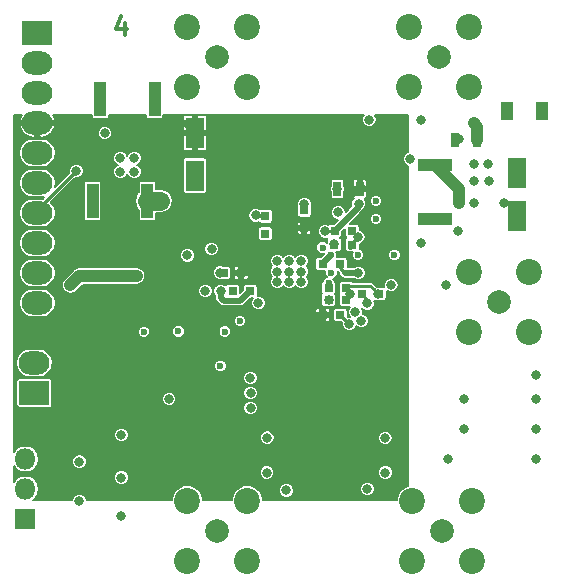
<source format=gbr>
G04 #@! TF.GenerationSoftware,KiCad,Pcbnew,5.0.2-bee76a0~70~ubuntu18.04.1*
G04 #@! TF.CreationDate,2019-01-26T17:59:04+01:00*
G04 #@! TF.ProjectId,adf5355,61646635-3335-4352-9e6b-696361645f70,rev?*
G04 #@! TF.SameCoordinates,Original*
G04 #@! TF.FileFunction,Copper,L4,Bot*
G04 #@! TF.FilePolarity,Positive*
%FSLAX46Y46*%
G04 Gerber Fmt 4.6, Leading zero omitted, Abs format (unit mm)*
G04 Created by KiCad (PCBNEW 5.0.2-bee76a0~70~ubuntu18.04.1) date lör 26 jan 2019 17:59:04*
%MOMM*%
%LPD*%
G01*
G04 APERTURE LIST*
G04 #@! TA.AperFunction,NonConductor*
%ADD10C,0.300000*%
G04 #@! TD*
G04 #@! TA.AperFunction,SMDPad,CuDef*
%ADD11R,1.000000X3.000000*%
G04 #@! TD*
G04 #@! TA.AperFunction,SMDPad,CuDef*
%ADD12R,1.600000X2.600000*%
G04 #@! TD*
G04 #@! TA.AperFunction,SMDPad,CuDef*
%ADD13R,1.000000X1.600000*%
G04 #@! TD*
G04 #@! TA.AperFunction,SMDPad,CuDef*
%ADD14R,3.000000X1.000000*%
G04 #@! TD*
G04 #@! TA.AperFunction,ComponentPad*
%ADD15C,2.000000*%
G04 #@! TD*
G04 #@! TA.AperFunction,ComponentPad*
%ADD16C,2.200000*%
G04 #@! TD*
G04 #@! TA.AperFunction,ComponentPad*
%ADD17O,2.600000X2.000000*%
G04 #@! TD*
G04 #@! TA.AperFunction,ComponentPad*
%ADD18R,2.600000X2.000000*%
G04 #@! TD*
G04 #@! TA.AperFunction,SMDPad,CuDef*
%ADD19R,0.700000X1.300000*%
G04 #@! TD*
G04 #@! TA.AperFunction,ComponentPad*
%ADD20O,1.800000X1.800000*%
G04 #@! TD*
G04 #@! TA.AperFunction,ComponentPad*
%ADD21R,1.800000X1.800000*%
G04 #@! TD*
G04 #@! TA.AperFunction,SMDPad,CuDef*
%ADD22R,0.800000X0.750000*%
G04 #@! TD*
G04 #@! TA.AperFunction,SMDPad,CuDef*
%ADD23R,0.750000X0.800000*%
G04 #@! TD*
G04 #@! TA.AperFunction,ViaPad*
%ADD24C,0.800000*%
G04 #@! TD*
G04 #@! TA.AperFunction,ViaPad*
%ADD25C,0.600000*%
G04 #@! TD*
G04 #@! TA.AperFunction,Conductor*
%ADD26C,0.250000*%
G04 #@! TD*
G04 #@! TA.AperFunction,Conductor*
%ADD27C,0.500000*%
G04 #@! TD*
G04 #@! TA.AperFunction,Conductor*
%ADD28C,1.600000*%
G04 #@! TD*
G04 #@! TA.AperFunction,Conductor*
%ADD29C,1.000000*%
G04 #@! TD*
G04 #@! TA.AperFunction,Conductor*
%ADD30C,0.150000*%
G04 #@! TD*
G04 APERTURE END LIST*
D10*
X95281714Y-79942571D02*
X95281714Y-80942571D01*
X94924571Y-79371142D02*
X94567428Y-80442571D01*
X95496000Y-80442571D01*
D11*
G04 #@! TO.P,C21,2*
G04 #@! TO.N,GND*
X92583000Y-94996000D03*
G04 #@! TO.P,C21,1*
G04 #@! TO.N,/6V*
X97183000Y-94996000D03*
G04 #@! TD*
G04 #@! TO.P,C27,2*
G04 #@! TO.N,GND*
X93204000Y-86360000D03*
G04 #@! TO.P,C27,1*
G04 #@! TO.N,Net-(C27-Pad1)*
X97804000Y-86360000D03*
G04 #@! TD*
D12*
G04 #@! TO.P,C36,2*
G04 #@! TO.N,GND*
X128524000Y-96227900D03*
G04 #@! TO.P,C36,1*
G04 #@! TO.N,/5V*
X128524000Y-92627900D03*
G04 #@! TD*
D13*
G04 #@! TO.P,C39,2*
G04 #@! TO.N,GND*
X130647700Y-87376000D03*
G04 #@! TO.P,C39,1*
G04 #@! TO.N,Net-(C39-Pad1)*
X127647700Y-87376000D03*
G04 #@! TD*
D14*
G04 #@! TO.P,C42,1*
G04 #@! TO.N,Net-(C42-Pad1)*
X121539000Y-91934000D03*
G04 #@! TO.P,C42,2*
G04 #@! TO.N,GND*
X121539000Y-96534000D03*
G04 #@! TD*
D15*
G04 #@! TO.P,J1,1*
G04 #@! TO.N,/REF+*
X103124000Y-82804000D03*
D16*
G04 #@! TO.P,J1,2*
G04 #@! TO.N,GND*
X105664000Y-85344000D03*
X105664000Y-80264000D03*
X100584000Y-80264000D03*
X100584000Y-85344000D03*
G04 #@! TD*
D15*
G04 #@! TO.P,J2,1*
G04 #@! TO.N,Net-(C33-Pad1)*
X127000000Y-103505000D03*
D16*
G04 #@! TO.P,J2,2*
G04 #@! TO.N,GND*
X129540000Y-106045000D03*
X129540000Y-100965000D03*
X124460000Y-100965000D03*
X124460000Y-106045000D03*
G04 #@! TD*
D15*
G04 #@! TO.P,J3,1*
G04 #@! TO.N,Net-(C34-Pad1)*
X103124000Y-122936000D03*
D16*
G04 #@! TO.P,J3,2*
G04 #@! TO.N,GND*
X105664000Y-125476000D03*
X105664000Y-120396000D03*
X100584000Y-120396000D03*
X100584000Y-125476000D03*
G04 #@! TD*
G04 #@! TO.P,J4,2*
G04 #@! TO.N,GND*
X119380000Y-85344000D03*
X119380000Y-80264000D03*
X124460000Y-80264000D03*
X124460000Y-85344000D03*
D15*
G04 #@! TO.P,J4,1*
G04 #@! TO.N,/REF-*
X121920000Y-82804000D03*
G04 #@! TD*
D16*
G04 #@! TO.P,J5,2*
G04 #@! TO.N,GND*
X119634000Y-125476000D03*
X119634000Y-120396000D03*
X124714000Y-120396000D03*
X124714000Y-125476000D03*
D15*
G04 #@! TO.P,J5,1*
G04 #@! TO.N,Net-(C41-Pad1)*
X122174000Y-122936000D03*
G04 #@! TD*
D17*
G04 #@! TO.P,J6,2*
G04 #@! TO.N,GND*
X87630000Y-108712000D03*
D18*
G04 #@! TO.P,J6,1*
G04 #@! TO.N,/VIN*
X87630000Y-111252000D03*
G04 #@! TD*
D17*
G04 #@! TO.P,J7,10*
G04 #@! TO.N,GND*
X87884000Y-103632000D03*
G04 #@! TO.P,J7,9*
G04 #@! TO.N,/CE*
X87884000Y-101092000D03*
G04 #@! TO.P,J7,8*
G04 #@! TO.N,/LE*
X87884000Y-98552000D03*
G04 #@! TO.P,J7,7*
G04 #@! TO.N,/MUX*
X87884000Y-96012000D03*
G04 #@! TO.P,J7,6*
G04 #@! TO.N,/DATA*
X87884000Y-93472000D03*
G04 #@! TO.P,J7,5*
G04 #@! TO.N,/CLK*
X87884000Y-90932000D03*
G04 #@! TO.P,J7,4*
G04 #@! TO.N,/3V3*
X87884000Y-88392000D03*
G04 #@! TO.P,J7,3*
G04 #@! TO.N,/5V*
X87884000Y-85852000D03*
G04 #@! TO.P,J7,2*
G04 #@! TO.N,/6V*
X87884000Y-83312000D03*
D18*
G04 #@! TO.P,J7,1*
G04 #@! TO.N,/VIN*
X87884000Y-80772000D03*
G04 #@! TD*
D19*
G04 #@! TO.P,R4,1*
G04 #@! TO.N,Net-(R4-Pad1)*
X125143300Y-89839800D03*
G04 #@! TO.P,R4,2*
G04 #@! TO.N,/6V*
X123243300Y-89839800D03*
G04 #@! TD*
D20*
G04 #@! TO.P,U1,3*
G04 #@! TO.N,/6V*
X86868000Y-116840000D03*
G04 #@! TO.P,U1,2*
G04 #@! TO.N,GND*
X86868000Y-119380000D03*
D21*
G04 #@! TO.P,U1,1*
G04 #@! TO.N,/VIN*
X86868000Y-121920000D03*
G04 #@! TD*
D12*
G04 #@! TO.P,C22,2*
G04 #@! TO.N,GND*
X101219000Y-92837000D03*
G04 #@! TO.P,C22,1*
G04 #@! TO.N,/3V3*
X101219000Y-89237000D03*
G04 #@! TD*
D19*
G04 #@! TO.P,R15,2*
G04 #@! TO.N,/3V3*
X115184000Y-93980000D03*
G04 #@! TO.P,R15,1*
G04 #@! TO.N,Net-(R15-Pad1)*
X113284000Y-93980000D03*
G04 #@! TD*
D22*
G04 #@! TO.P,C10,2*
G04 #@! TO.N,GND*
X103644000Y-101092000D03*
G04 #@! TO.P,C10,1*
G04 #@! TO.N,/3V3*
X105144000Y-101092000D03*
G04 #@! TD*
G04 #@! TO.P,C12,2*
G04 #@! TO.N,GND*
X113526000Y-104648000D03*
G04 #@! TO.P,C12,1*
G04 #@! TO.N,/3V3*
X112026000Y-104648000D03*
G04 #@! TD*
D23*
G04 #@! TO.P,C16,2*
G04 #@! TO.N,GND*
X110490000Y-95770000D03*
G04 #@! TO.P,C16,1*
G04 #@! TO.N,/3V3*
X110490000Y-97270000D03*
G04 #@! TD*
D22*
G04 #@! TO.P,C49,2*
G04 #@! TO.N,GND*
X114034000Y-102362000D03*
G04 #@! TO.P,C49,1*
G04 #@! TO.N,/5V*
X112534000Y-102362000D03*
G04 #@! TD*
D23*
G04 #@! TO.P,C26,1*
G04 #@! TO.N,Net-(C25-Pad1)*
X107188000Y-97778000D03*
G04 #@! TO.P,C26,2*
G04 #@! TO.N,GND*
X107188000Y-96278000D03*
G04 #@! TD*
D22*
G04 #@! TO.P,C29,1*
G04 #@! TO.N,Net-(C28-Pad1)*
X113042000Y-97536000D03*
G04 #@! TO.P,C29,2*
G04 #@! TO.N,GND*
X114542000Y-97536000D03*
G04 #@! TD*
G04 #@! TO.P,C51,2*
G04 #@! TO.N,GND*
X113526000Y-100330000D03*
G04 #@! TO.P,C51,1*
G04 #@! TO.N,Net-(C50-Pad1)*
X112026000Y-100330000D03*
G04 #@! TD*
G04 #@! TO.P,C54,1*
G04 #@! TO.N,Net-(C53-Pad1)*
X113030000Y-98679000D03*
G04 #@! TO.P,C54,2*
G04 #@! TO.N,GND*
X114530000Y-98679000D03*
G04 #@! TD*
G04 #@! TO.P,C56,2*
G04 #@! TO.N,GND*
X105906000Y-102616000D03*
G04 #@! TO.P,C56,1*
G04 #@! TO.N,Net-(C5-Pad1)*
X104406000Y-102616000D03*
G04 #@! TD*
G04 #@! TO.P,C59,1*
G04 #@! TO.N,Net-(C58-Pad1)*
X115328000Y-102870000D03*
G04 #@! TO.P,C59,2*
G04 #@! TO.N,GND*
X116828000Y-102870000D03*
G04 #@! TD*
G04 #@! TO.P,C60,2*
G04 #@! TO.N,GND*
X114034000Y-103378000D03*
G04 #@! TO.P,C60,1*
G04 #@! TO.N,Net-(C58-Pad1)*
X112534000Y-103378000D03*
G04 #@! TD*
D24*
G04 #@! TO.N,GND*
X110236000Y-101854000D03*
X109220000Y-101854000D03*
X108204000Y-100076000D03*
X108204000Y-100965000D03*
X110236000Y-100965000D03*
X109220000Y-100965000D03*
X108204000Y-101854000D03*
X110236000Y-100076000D03*
X109220000Y-100076000D03*
D25*
X118110000Y-99568000D03*
D24*
X120396000Y-98552000D03*
D25*
X115050000Y-99568000D03*
X116574000Y-96520000D03*
X116574000Y-94996000D03*
D24*
X100584000Y-99592000D03*
X102640000Y-99060000D03*
X103405998Y-102616000D03*
X102108000Y-102616000D03*
X130132000Y-109728000D03*
X130132000Y-111760000D03*
X130132000Y-114300000D03*
X130132000Y-116840000D03*
X122442000Y-102108000D03*
X105930000Y-112522000D03*
X105930000Y-111252000D03*
X105918000Y-109982000D03*
X99032000Y-111760000D03*
X94996000Y-118408000D03*
X91440000Y-120428000D03*
X91440000Y-117078000D03*
X94996000Y-121644000D03*
X124888500Y-93288002D03*
X126127720Y-93264083D03*
X126063500Y-91868500D03*
X124888500Y-91868500D03*
X128524000Y-96227900D03*
X121539000Y-96534000D03*
X130647700Y-87376000D03*
X127381000Y-95156000D03*
X123468000Y-97536000D03*
X115976400Y-88124000D03*
X120345200Y-88124000D03*
X96091500Y-91360500D03*
X94916500Y-91360500D03*
X94916500Y-92535500D03*
X96091500Y-92535500D03*
X93599000Y-89248000D03*
X93204000Y-86360000D03*
X101219000Y-92837000D03*
X92583000Y-94996000D03*
X115062000Y-101092000D03*
X110490000Y-95262000D03*
X106374817Y-96218124D03*
X116741998Y-102870000D03*
X114327998Y-102870000D03*
X115316000Y-105156000D03*
X114808000Y-104394000D03*
X114300000Y-105410000D03*
X103378000Y-101067001D03*
X113355316Y-95956316D03*
X115824000Y-119380000D03*
X117348000Y-117983000D03*
X117336000Y-115062000D03*
X108966000Y-119495000D03*
X107315000Y-117983000D03*
X107339000Y-115050000D03*
X115050000Y-98044000D03*
G04 #@! TO.N,/6V*
X98298000Y-94996000D03*
X119438998Y-91440000D03*
X123571000Y-89756000D03*
X94996000Y-114808000D03*
X124018000Y-114300000D03*
D25*
G04 #@! TO.N,/3V3*
X104140000Y-99060000D03*
X117856000Y-92964000D03*
X112776000Y-106172000D03*
X107442000Y-108184000D03*
X104140000Y-99060000D03*
D24*
X96139000Y-89248000D03*
X103632000Y-111760000D03*
X110490000Y-96770002D03*
X117602000Y-109728000D03*
X99822000Y-102870000D03*
X115243001Y-93920999D03*
D25*
X104878000Y-101092000D03*
D24*
X108839000Y-115050000D03*
X107315000Y-116195000D03*
X108966000Y-117995000D03*
X115836000Y-115062000D03*
X117348000Y-116195000D03*
X115824000Y-117880000D03*
D25*
G04 #@! TO.N,Net-(C25-Pad1)*
X107188000Y-97778000D03*
D24*
G04 #@! TO.N,Net-(C27-Pad1)*
X97804000Y-86360000D03*
G04 #@! TO.N,Net-(C28-Pad1)*
X115074000Y-95230002D03*
X112245670Y-97558330D03*
G04 #@! TO.N,/5V*
X117842000Y-102108000D03*
X124018000Y-111760000D03*
D25*
X112547400Y-101968300D03*
D24*
X124841000Y-95156000D03*
X128440000Y-92627900D03*
X96286000Y-101346000D03*
X90678000Y-102108000D03*
G04 #@! TO.N,Net-(C39-Pad1)*
X127647700Y-87376000D03*
G04 #@! TO.N,Net-(C42-Pad1)*
X123571000Y-95156000D03*
D25*
G04 #@! TO.N,Net-(C50-Pad1)*
X112713645Y-99590000D03*
G04 #@! TO.N,Net-(C53-Pad1)*
X112026000Y-98933000D03*
D24*
X113013590Y-98608710D03*
G04 #@! TO.N,/MUX*
X91186000Y-92456000D03*
X122682000Y-116840000D03*
G04 #@! TO.N,Net-(R4-Pad1)*
X124841000Y-88392000D03*
D25*
G04 #@! TO.N,Net-(R9-Pad1)*
X105029000Y-105156000D03*
X112775974Y-101062099D03*
D24*
G04 #@! TO.N,Net-(R15-Pad1)*
X113284000Y-93980000D03*
D25*
G04 #@! TO.N,Net-(C5-Pad1)*
X104556002Y-102616000D03*
D24*
G04 #@! TO.N,Net-(C58-Pad1)*
X112534000Y-103378000D03*
X115824000Y-103656000D03*
D25*
G04 #@! TO.N,GNDA*
X103747000Y-106045000D03*
X96901000Y-106069000D03*
X99822000Y-106033000D03*
X103378000Y-108966000D03*
D24*
X106592000Y-103632000D03*
G04 #@! TD*
D26*
G04 #@! TO.N,GND*
X114300000Y-98933000D02*
X114415000Y-98933000D01*
X113526000Y-100330000D02*
X113526000Y-100690586D01*
X113526000Y-100690586D02*
X113890414Y-101055000D01*
X114034000Y-102576002D02*
X114327998Y-102870000D01*
X114034000Y-102362000D02*
X114034000Y-102576002D01*
X128524000Y-96227900D02*
X128452900Y-96227900D01*
D27*
X113927414Y-101092000D02*
X115062000Y-101092000D01*
X113890414Y-101055000D02*
X113927414Y-101092000D01*
D26*
X110490000Y-95770000D02*
X110490000Y-95262000D01*
X107188000Y-96278000D02*
X106434693Y-96278000D01*
X106434693Y-96278000D02*
X106374817Y-96218124D01*
X116828000Y-102870000D02*
X116741998Y-102870000D01*
X116341999Y-102470001D02*
X116741998Y-102870000D01*
X116041997Y-102169999D02*
X116341999Y-102470001D01*
X114251001Y-102169999D02*
X116041997Y-102169999D01*
X114059000Y-102362000D02*
X114251001Y-102169999D01*
X114034000Y-102362000D02*
X114059000Y-102362000D01*
X114034000Y-103378000D02*
X114034000Y-103163998D01*
X114034000Y-103163998D02*
X114327998Y-102870000D01*
X113538000Y-104648000D02*
X114300000Y-105410000D01*
X113526000Y-104648000D02*
X113538000Y-104648000D01*
D27*
X103665314Y-103441001D02*
X103405998Y-103181685D01*
X103405998Y-103181685D02*
X103405998Y-102616000D01*
X105881000Y-102616000D02*
X105055999Y-103441001D01*
X105055999Y-103441001D02*
X103665314Y-103441001D01*
X105906000Y-102616000D02*
X105881000Y-102616000D01*
D26*
X114530000Y-98564000D02*
X115050000Y-98044000D01*
X114530000Y-98679000D02*
X114530000Y-98564000D01*
X114542000Y-97536000D02*
X115050000Y-98044000D01*
D28*
G04 #@! TO.N,/6V*
X97183000Y-94996000D02*
X98298000Y-94996000D01*
D27*
G04 #@! TO.N,/3V3*
X116840000Y-93980000D02*
X117856000Y-92964000D01*
X115184000Y-93980000D02*
X116840000Y-93980000D01*
X108942152Y-103664846D02*
X110243846Y-103664846D01*
X112751000Y-106172000D02*
X112776000Y-106172000D01*
X107442000Y-105164998D02*
X108942152Y-103664846D01*
X107442000Y-108184000D02*
X107442000Y-105164998D01*
X117856000Y-93964000D02*
X117856000Y-92964000D01*
X117324001Y-94495999D02*
X117856000Y-93964000D01*
X118692001Y-101699999D02*
X117324001Y-100331999D01*
X118692001Y-103398001D02*
X118692001Y-101699999D01*
X115168001Y-106922001D02*
X118692001Y-103398001D01*
X117324001Y-100331999D02*
X117324001Y-94495999D01*
X113551001Y-106922001D02*
X115168001Y-106922001D01*
X112801000Y-106172000D02*
X113551001Y-106922001D01*
X112776000Y-106172000D02*
X112801000Y-106172000D01*
X107442000Y-108184000D02*
X107442000Y-102337000D01*
X104165000Y-99060000D02*
X104140000Y-99060000D01*
X104140000Y-98185000D02*
X103378000Y-97423000D01*
X104140000Y-99060000D02*
X104140000Y-98185000D01*
X103378000Y-89237000D02*
X101219000Y-89237000D01*
X100374000Y-88392000D02*
X101219000Y-89237000D01*
X96139000Y-88519000D02*
X96266000Y-88392000D01*
X96139000Y-89248000D02*
X96139000Y-88519000D01*
X87884000Y-88392000D02*
X96266000Y-88392000D01*
X96266000Y-88392000D02*
X100374000Y-88392000D01*
X103378000Y-96012000D02*
X103378000Y-89237000D01*
X106317000Y-108184000D02*
X107442000Y-108184000D01*
X106208000Y-108184000D02*
X106317000Y-108184000D01*
X103632000Y-110760000D02*
X106208000Y-108184000D01*
X103632000Y-111760000D02*
X103632000Y-110760000D01*
D26*
X110490000Y-97270000D02*
X110490000Y-96770002D01*
D27*
X115361686Y-106922001D02*
X115168001Y-106922001D01*
X117602000Y-109162315D02*
X115361686Y-106922001D01*
X117602000Y-109728000D02*
X117602000Y-109162315D01*
D26*
X102328998Y-96774000D02*
X103378000Y-96774000D01*
X99822000Y-99280998D02*
X102328998Y-96774000D01*
X99822000Y-102870000D02*
X99822000Y-99280998D01*
D27*
X103378000Y-97423000D02*
X103378000Y-96774000D01*
X103378000Y-96774000D02*
X103378000Y-96012000D01*
D26*
X105144000Y-101079000D02*
X105664000Y-100559000D01*
X105144000Y-101092000D02*
X105144000Y-101079000D01*
D27*
X107442000Y-102337000D02*
X105664000Y-100559000D01*
X105664000Y-100559000D02*
X104165000Y-99060000D01*
X115066000Y-93980000D02*
X115184000Y-93980000D01*
X113965999Y-95080001D02*
X115066000Y-93980000D01*
X112745686Y-95080001D02*
X113965999Y-95080001D01*
X111055685Y-96770002D02*
X112745686Y-95080001D01*
X110490000Y-96770002D02*
X111055685Y-96770002D01*
D26*
X104878000Y-101092000D02*
X105144000Y-101092000D01*
X112026000Y-104661000D02*
X111633000Y-105054000D01*
X112026000Y-104648000D02*
X112026000Y-104661000D01*
D27*
X110243846Y-103664846D02*
X111633000Y-105054000D01*
X111633000Y-105054000D02*
X112751000Y-106172000D01*
X117348000Y-116195000D02*
X116969000Y-116195000D01*
X115824000Y-116066000D02*
X116332000Y-115558000D01*
X115824000Y-117880000D02*
X115824000Y-116066000D01*
X116969000Y-116195000D02*
X116332000Y-115558000D01*
X116332000Y-115558000D02*
X115836000Y-115062000D01*
X108966000Y-115177000D02*
X108839000Y-115050000D01*
X108966000Y-117995000D02*
X108966000Y-115177000D01*
X107694000Y-116195000D02*
X108839000Y-115050000D01*
X107315000Y-116195000D02*
X107694000Y-116195000D01*
X115836000Y-111494000D02*
X117602000Y-109728000D01*
X115836000Y-115062000D02*
X115836000Y-111494000D01*
X108851000Y-115062000D02*
X108839000Y-115050000D01*
X115836000Y-115062000D02*
X108851000Y-115062000D01*
G04 #@! TO.N,Net-(C28-Pad1)*
X113042000Y-97536000D02*
X115074000Y-95504000D01*
X115074000Y-95504000D02*
X115074000Y-95230002D01*
D26*
X113019670Y-97558330D02*
X113042000Y-97536000D01*
X112245670Y-97558330D02*
X113019670Y-97558330D01*
G04 #@! TO.N,/5V*
X112547400Y-102348600D02*
X112534000Y-102362000D01*
X112547400Y-101968300D02*
X112547400Y-102348600D01*
D27*
X128524000Y-92627900D02*
X128440000Y-92627900D01*
D29*
X96286000Y-101346000D02*
X91440000Y-101346000D01*
X91440000Y-101346000D02*
X90678000Y-102108000D01*
G04 #@! TO.N,Net-(C42-Pad1)*
X123571000Y-93966000D02*
X121539000Y-91934000D01*
X123571000Y-95156000D02*
X123571000Y-93966000D01*
D26*
G04 #@! TO.N,Net-(C50-Pad1)*
X112026000Y-100330000D02*
X112255163Y-100330000D01*
D27*
X112026000Y-100277645D02*
X112713645Y-99590000D01*
X112026000Y-100330000D02*
X112026000Y-100277645D01*
D26*
G04 #@! TO.N,Net-(C53-Pad1)*
X113030000Y-98679000D02*
X113030000Y-98625120D01*
X113030000Y-98625120D02*
X113013590Y-98608710D01*
G04 #@! TO.N,/MUX*
X87884000Y-95758000D02*
X87884000Y-96012000D01*
X91186000Y-92456000D02*
X87884000Y-95758000D01*
D29*
G04 #@! TO.N,Net-(R4-Pad1)*
X125143300Y-89839800D02*
X125143300Y-88694300D01*
X125143300Y-88694300D02*
X124841000Y-88392000D01*
D26*
G04 #@! TO.N,Net-(C5-Pad1)*
X104406000Y-102616000D02*
X104556002Y-102616000D01*
G04 #@! TO.N,Net-(C58-Pad1)*
X115824000Y-103366000D02*
X115328000Y-102870000D01*
X115824000Y-103656000D02*
X115824000Y-103366000D01*
G04 #@! TD*
D30*
G04 #@! TO.N,/3V3*
G36*
X86415071Y-88025629D02*
X86429039Y-88213000D01*
X87705000Y-88213000D01*
X87705000Y-88193000D01*
X88063000Y-88193000D01*
X88063000Y-88213000D01*
X89338961Y-88213000D01*
X89352929Y-88025629D01*
X89183120Y-87705000D01*
X92474592Y-87705000D01*
X92474592Y-87860000D01*
X92492055Y-87947791D01*
X92541784Y-88022216D01*
X92616209Y-88071945D01*
X92704000Y-88089408D01*
X93704000Y-88089408D01*
X93791791Y-88071945D01*
X93866216Y-88022216D01*
X93915945Y-87947791D01*
X93933408Y-87860000D01*
X93933408Y-87705000D01*
X97074592Y-87705000D01*
X97074592Y-87860000D01*
X97092055Y-87947791D01*
X97141784Y-88022216D01*
X97216209Y-88071945D01*
X97304000Y-88089408D01*
X98304000Y-88089408D01*
X98391791Y-88071945D01*
X98466216Y-88022216D01*
X98515945Y-87947791D01*
X98526993Y-87892245D01*
X100194000Y-87892245D01*
X100194000Y-89001750D01*
X100250250Y-89058000D01*
X101040000Y-89058000D01*
X101040000Y-87768250D01*
X101398000Y-87768250D01*
X101398000Y-89058000D01*
X102187750Y-89058000D01*
X102244000Y-89001750D01*
X102244000Y-87892245D01*
X102209746Y-87809548D01*
X102146452Y-87746254D01*
X102063756Y-87712000D01*
X101454250Y-87712000D01*
X101398000Y-87768250D01*
X101040000Y-87768250D01*
X100983750Y-87712000D01*
X100374244Y-87712000D01*
X100291548Y-87746254D01*
X100228254Y-87809548D01*
X100194000Y-87892245D01*
X98526993Y-87892245D01*
X98533408Y-87860000D01*
X98533408Y-87705000D01*
X115511517Y-87705000D01*
X115446551Y-87769966D01*
X115351400Y-87999680D01*
X115351400Y-88248320D01*
X115446551Y-88478034D01*
X115622366Y-88653849D01*
X115852080Y-88749000D01*
X116100720Y-88749000D01*
X116330434Y-88653849D01*
X116506249Y-88478034D01*
X116601400Y-88248320D01*
X116601400Y-87999680D01*
X116506249Y-87769966D01*
X116441283Y-87705000D01*
X119305000Y-87705000D01*
X119305000Y-90819009D01*
X119084964Y-90910151D01*
X118909149Y-91085966D01*
X118813998Y-91315680D01*
X118813998Y-91564320D01*
X118909149Y-91794034D01*
X119084964Y-91969849D01*
X119305000Y-92060991D01*
X119305000Y-119098107D01*
X118883448Y-119272719D01*
X118510719Y-119645448D01*
X118309000Y-120132441D01*
X118309000Y-120321000D01*
X106989000Y-120321000D01*
X106989000Y-120132441D01*
X106787281Y-119645448D01*
X106512513Y-119370680D01*
X108341000Y-119370680D01*
X108341000Y-119619320D01*
X108436151Y-119849034D01*
X108611966Y-120024849D01*
X108841680Y-120120000D01*
X109090320Y-120120000D01*
X109320034Y-120024849D01*
X109495849Y-119849034D01*
X109591000Y-119619320D01*
X109591000Y-119370680D01*
X109543366Y-119255680D01*
X115199000Y-119255680D01*
X115199000Y-119504320D01*
X115294151Y-119734034D01*
X115469966Y-119909849D01*
X115699680Y-120005000D01*
X115948320Y-120005000D01*
X116178034Y-119909849D01*
X116353849Y-119734034D01*
X116449000Y-119504320D01*
X116449000Y-119255680D01*
X116353849Y-119025966D01*
X116178034Y-118850151D01*
X115948320Y-118755000D01*
X115699680Y-118755000D01*
X115469966Y-118850151D01*
X115294151Y-119025966D01*
X115199000Y-119255680D01*
X109543366Y-119255680D01*
X109495849Y-119140966D01*
X109320034Y-118965151D01*
X109090320Y-118870000D01*
X108841680Y-118870000D01*
X108611966Y-118965151D01*
X108436151Y-119140966D01*
X108341000Y-119370680D01*
X106512513Y-119370680D01*
X106414552Y-119272719D01*
X105927559Y-119071000D01*
X105400441Y-119071000D01*
X104913448Y-119272719D01*
X104540719Y-119645448D01*
X104339000Y-120132441D01*
X104339000Y-120321000D01*
X101909000Y-120321000D01*
X101909000Y-120132441D01*
X101707281Y-119645448D01*
X101334552Y-119272719D01*
X100847559Y-119071000D01*
X100320441Y-119071000D01*
X99833448Y-119272719D01*
X99460719Y-119645448D01*
X99259000Y-120132441D01*
X99259000Y-120321000D01*
X92065000Y-120321000D01*
X92065000Y-120303680D01*
X91969849Y-120073966D01*
X91794034Y-119898151D01*
X91564320Y-119803000D01*
X91315680Y-119803000D01*
X91085966Y-119898151D01*
X90910151Y-120073966D01*
X90815000Y-120303680D01*
X90815000Y-120321000D01*
X87484641Y-120321000D01*
X87679080Y-120191080D01*
X87927727Y-119818953D01*
X88015040Y-119380000D01*
X87927727Y-118941047D01*
X87679080Y-118568920D01*
X87306953Y-118320273D01*
X87122988Y-118283680D01*
X94371000Y-118283680D01*
X94371000Y-118532320D01*
X94466151Y-118762034D01*
X94641966Y-118937849D01*
X94871680Y-119033000D01*
X95120320Y-119033000D01*
X95350034Y-118937849D01*
X95525849Y-118762034D01*
X95621000Y-118532320D01*
X95621000Y-118283680D01*
X95525849Y-118053966D01*
X95350034Y-117878151D01*
X95303028Y-117858680D01*
X106690000Y-117858680D01*
X106690000Y-118107320D01*
X106785151Y-118337034D01*
X106960966Y-118512849D01*
X107190680Y-118608000D01*
X107439320Y-118608000D01*
X107669034Y-118512849D01*
X107844849Y-118337034D01*
X107940000Y-118107320D01*
X107940000Y-117858680D01*
X116723000Y-117858680D01*
X116723000Y-118107320D01*
X116818151Y-118337034D01*
X116993966Y-118512849D01*
X117223680Y-118608000D01*
X117472320Y-118608000D01*
X117702034Y-118512849D01*
X117877849Y-118337034D01*
X117973000Y-118107320D01*
X117973000Y-117858680D01*
X117877849Y-117628966D01*
X117702034Y-117453151D01*
X117472320Y-117358000D01*
X117223680Y-117358000D01*
X116993966Y-117453151D01*
X116818151Y-117628966D01*
X116723000Y-117858680D01*
X107940000Y-117858680D01*
X107844849Y-117628966D01*
X107669034Y-117453151D01*
X107439320Y-117358000D01*
X107190680Y-117358000D01*
X106960966Y-117453151D01*
X106785151Y-117628966D01*
X106690000Y-117858680D01*
X95303028Y-117858680D01*
X95120320Y-117783000D01*
X94871680Y-117783000D01*
X94641966Y-117878151D01*
X94466151Y-118053966D01*
X94371000Y-118283680D01*
X87122988Y-118283680D01*
X86978803Y-118255000D01*
X86757197Y-118255000D01*
X86429047Y-118320273D01*
X86056920Y-118568920D01*
X85927000Y-118763359D01*
X85927000Y-117456641D01*
X86056920Y-117651080D01*
X86429047Y-117899727D01*
X86757197Y-117965000D01*
X86978803Y-117965000D01*
X87306953Y-117899727D01*
X87679080Y-117651080D01*
X87927727Y-117278953D01*
X87992427Y-116953680D01*
X90815000Y-116953680D01*
X90815000Y-117202320D01*
X90910151Y-117432034D01*
X91085966Y-117607849D01*
X91315680Y-117703000D01*
X91564320Y-117703000D01*
X91794034Y-117607849D01*
X91969849Y-117432034D01*
X92065000Y-117202320D01*
X92065000Y-116953680D01*
X91969849Y-116723966D01*
X91794034Y-116548151D01*
X91564320Y-116453000D01*
X91315680Y-116453000D01*
X91085966Y-116548151D01*
X90910151Y-116723966D01*
X90815000Y-116953680D01*
X87992427Y-116953680D01*
X88015040Y-116840000D01*
X87927727Y-116401047D01*
X87679080Y-116028920D01*
X87306953Y-115780273D01*
X86978803Y-115715000D01*
X86757197Y-115715000D01*
X86429047Y-115780273D01*
X86056920Y-116028920D01*
X85927000Y-116223359D01*
X85927000Y-114683680D01*
X94371000Y-114683680D01*
X94371000Y-114932320D01*
X94466151Y-115162034D01*
X94641966Y-115337849D01*
X94871680Y-115433000D01*
X95120320Y-115433000D01*
X95350034Y-115337849D01*
X95525849Y-115162034D01*
X95621000Y-114932320D01*
X95621000Y-114925680D01*
X106714000Y-114925680D01*
X106714000Y-115174320D01*
X106809151Y-115404034D01*
X106984966Y-115579849D01*
X107214680Y-115675000D01*
X107463320Y-115675000D01*
X107693034Y-115579849D01*
X107868849Y-115404034D01*
X107964000Y-115174320D01*
X107964000Y-114937680D01*
X116711000Y-114937680D01*
X116711000Y-115186320D01*
X116806151Y-115416034D01*
X116981966Y-115591849D01*
X117211680Y-115687000D01*
X117460320Y-115687000D01*
X117690034Y-115591849D01*
X117865849Y-115416034D01*
X117961000Y-115186320D01*
X117961000Y-114937680D01*
X117865849Y-114707966D01*
X117690034Y-114532151D01*
X117460320Y-114437000D01*
X117211680Y-114437000D01*
X116981966Y-114532151D01*
X116806151Y-114707966D01*
X116711000Y-114937680D01*
X107964000Y-114937680D01*
X107964000Y-114925680D01*
X107868849Y-114695966D01*
X107693034Y-114520151D01*
X107463320Y-114425000D01*
X107214680Y-114425000D01*
X106984966Y-114520151D01*
X106809151Y-114695966D01*
X106714000Y-114925680D01*
X95621000Y-114925680D01*
X95621000Y-114683680D01*
X95525849Y-114453966D01*
X95350034Y-114278151D01*
X95120320Y-114183000D01*
X94871680Y-114183000D01*
X94641966Y-114278151D01*
X94466151Y-114453966D01*
X94371000Y-114683680D01*
X85927000Y-114683680D01*
X85927000Y-110252000D01*
X86100592Y-110252000D01*
X86100592Y-112252000D01*
X86118055Y-112339791D01*
X86167784Y-112414216D01*
X86242209Y-112463945D01*
X86330000Y-112481408D01*
X88930000Y-112481408D01*
X89017791Y-112463945D01*
X89092216Y-112414216D01*
X89103264Y-112397680D01*
X105305000Y-112397680D01*
X105305000Y-112646320D01*
X105400151Y-112876034D01*
X105575966Y-113051849D01*
X105805680Y-113147000D01*
X106054320Y-113147000D01*
X106284034Y-113051849D01*
X106459849Y-112876034D01*
X106555000Y-112646320D01*
X106555000Y-112397680D01*
X106459849Y-112167966D01*
X106284034Y-111992151D01*
X106054320Y-111897000D01*
X105805680Y-111897000D01*
X105575966Y-111992151D01*
X105400151Y-112167966D01*
X105305000Y-112397680D01*
X89103264Y-112397680D01*
X89141945Y-112339791D01*
X89159408Y-112252000D01*
X89159408Y-111635680D01*
X98407000Y-111635680D01*
X98407000Y-111884320D01*
X98502151Y-112114034D01*
X98677966Y-112289849D01*
X98907680Y-112385000D01*
X99156320Y-112385000D01*
X99386034Y-112289849D01*
X99561849Y-112114034D01*
X99657000Y-111884320D01*
X99657000Y-111635680D01*
X99561849Y-111405966D01*
X99386034Y-111230151D01*
X99156320Y-111135000D01*
X98907680Y-111135000D01*
X98677966Y-111230151D01*
X98502151Y-111405966D01*
X98407000Y-111635680D01*
X89159408Y-111635680D01*
X89159408Y-111127680D01*
X105305000Y-111127680D01*
X105305000Y-111376320D01*
X105400151Y-111606034D01*
X105575966Y-111781849D01*
X105805680Y-111877000D01*
X106054320Y-111877000D01*
X106284034Y-111781849D01*
X106459849Y-111606034D01*
X106555000Y-111376320D01*
X106555000Y-111127680D01*
X106459849Y-110897966D01*
X106284034Y-110722151D01*
X106054320Y-110627000D01*
X105805680Y-110627000D01*
X105575966Y-110722151D01*
X105400151Y-110897966D01*
X105305000Y-111127680D01*
X89159408Y-111127680D01*
X89159408Y-110252000D01*
X89141945Y-110164209D01*
X89092216Y-110089784D01*
X89017791Y-110040055D01*
X88930000Y-110022592D01*
X86330000Y-110022592D01*
X86242209Y-110040055D01*
X86167784Y-110089784D01*
X86118055Y-110164209D01*
X86100592Y-110252000D01*
X85927000Y-110252000D01*
X85927000Y-108712000D01*
X86081001Y-108712000D01*
X86176075Y-109189971D01*
X86446824Y-109595176D01*
X86852029Y-109865925D01*
X87209348Y-109937000D01*
X88050652Y-109937000D01*
X88407971Y-109865925D01*
X88420310Y-109857680D01*
X105293000Y-109857680D01*
X105293000Y-110106320D01*
X105388151Y-110336034D01*
X105563966Y-110511849D01*
X105793680Y-110607000D01*
X106042320Y-110607000D01*
X106272034Y-110511849D01*
X106447849Y-110336034D01*
X106543000Y-110106320D01*
X106543000Y-109857680D01*
X106447849Y-109627966D01*
X106272034Y-109452151D01*
X106042320Y-109357000D01*
X105793680Y-109357000D01*
X105563966Y-109452151D01*
X105388151Y-109627966D01*
X105293000Y-109857680D01*
X88420310Y-109857680D01*
X88813176Y-109595176D01*
X89083925Y-109189971D01*
X89149247Y-108861571D01*
X102853000Y-108861571D01*
X102853000Y-109070429D01*
X102932927Y-109263388D01*
X103080612Y-109411073D01*
X103273571Y-109491000D01*
X103482429Y-109491000D01*
X103675388Y-109411073D01*
X103823073Y-109263388D01*
X103903000Y-109070429D01*
X103903000Y-108861571D01*
X103823073Y-108668612D01*
X103675388Y-108520927D01*
X103482429Y-108441000D01*
X103273571Y-108441000D01*
X103080612Y-108520927D01*
X102932927Y-108668612D01*
X102853000Y-108861571D01*
X89149247Y-108861571D01*
X89178999Y-108712000D01*
X89083925Y-108234029D01*
X88813176Y-107828824D01*
X88407971Y-107558075D01*
X88050652Y-107487000D01*
X87209348Y-107487000D01*
X86852029Y-107558075D01*
X86446824Y-107828824D01*
X86176075Y-108234029D01*
X86081001Y-108712000D01*
X85927000Y-108712000D01*
X85927000Y-105964571D01*
X96376000Y-105964571D01*
X96376000Y-106173429D01*
X96455927Y-106366388D01*
X96603612Y-106514073D01*
X96796571Y-106594000D01*
X97005429Y-106594000D01*
X97198388Y-106514073D01*
X97346073Y-106366388D01*
X97426000Y-106173429D01*
X97426000Y-105964571D01*
X97411089Y-105928571D01*
X99297000Y-105928571D01*
X99297000Y-106137429D01*
X99376927Y-106330388D01*
X99524612Y-106478073D01*
X99717571Y-106558000D01*
X99926429Y-106558000D01*
X100119388Y-106478073D01*
X100267073Y-106330388D01*
X100347000Y-106137429D01*
X100347000Y-105940571D01*
X103222000Y-105940571D01*
X103222000Y-106149429D01*
X103301927Y-106342388D01*
X103449612Y-106490073D01*
X103642571Y-106570000D01*
X103851429Y-106570000D01*
X104044388Y-106490073D01*
X104192073Y-106342388D01*
X104272000Y-106149429D01*
X104272000Y-105940571D01*
X104192073Y-105747612D01*
X104044388Y-105599927D01*
X103851429Y-105520000D01*
X103642571Y-105520000D01*
X103449612Y-105599927D01*
X103301927Y-105747612D01*
X103222000Y-105940571D01*
X100347000Y-105940571D01*
X100347000Y-105928571D01*
X100267073Y-105735612D01*
X100119388Y-105587927D01*
X99926429Y-105508000D01*
X99717571Y-105508000D01*
X99524612Y-105587927D01*
X99376927Y-105735612D01*
X99297000Y-105928571D01*
X97411089Y-105928571D01*
X97346073Y-105771612D01*
X97198388Y-105623927D01*
X97005429Y-105544000D01*
X96796571Y-105544000D01*
X96603612Y-105623927D01*
X96455927Y-105771612D01*
X96376000Y-105964571D01*
X85927000Y-105964571D01*
X85927000Y-105051571D01*
X104504000Y-105051571D01*
X104504000Y-105260429D01*
X104583927Y-105453388D01*
X104731612Y-105601073D01*
X104924571Y-105681000D01*
X105133429Y-105681000D01*
X105326388Y-105601073D01*
X105474073Y-105453388D01*
X105554000Y-105260429D01*
X105554000Y-105051571D01*
X105484279Y-104883250D01*
X111401000Y-104883250D01*
X111401000Y-105067756D01*
X111435254Y-105150452D01*
X111498548Y-105213746D01*
X111581245Y-105248000D01*
X111790750Y-105248000D01*
X111847000Y-105191750D01*
X111847000Y-104827000D01*
X112205000Y-104827000D01*
X112205000Y-105191750D01*
X112261250Y-105248000D01*
X112470755Y-105248000D01*
X112553452Y-105213746D01*
X112616746Y-105150452D01*
X112651000Y-105067756D01*
X112651000Y-104883250D01*
X112594750Y-104827000D01*
X112205000Y-104827000D01*
X111847000Y-104827000D01*
X111457250Y-104827000D01*
X111401000Y-104883250D01*
X105484279Y-104883250D01*
X105474073Y-104858612D01*
X105326388Y-104710927D01*
X105133429Y-104631000D01*
X104924571Y-104631000D01*
X104731612Y-104710927D01*
X104583927Y-104858612D01*
X104504000Y-105051571D01*
X85927000Y-105051571D01*
X85927000Y-103632000D01*
X86335001Y-103632000D01*
X86430075Y-104109971D01*
X86700824Y-104515176D01*
X87106029Y-104785925D01*
X87463348Y-104857000D01*
X88304652Y-104857000D01*
X88661971Y-104785925D01*
X89067176Y-104515176D01*
X89337925Y-104109971D01*
X89432999Y-103632000D01*
X89337925Y-103154029D01*
X89067176Y-102748824D01*
X88661971Y-102478075D01*
X88304652Y-102407000D01*
X87463348Y-102407000D01*
X87106029Y-102478075D01*
X86700824Y-102748824D01*
X86430075Y-103154029D01*
X86335001Y-103632000D01*
X85927000Y-103632000D01*
X85927000Y-101092000D01*
X86335001Y-101092000D01*
X86430075Y-101569971D01*
X86700824Y-101975176D01*
X87106029Y-102245925D01*
X87463348Y-102317000D01*
X88304652Y-102317000D01*
X88661971Y-102245925D01*
X88868390Y-102108000D01*
X89938798Y-102108000D01*
X89995065Y-102390880D01*
X90155305Y-102630695D01*
X90395120Y-102790935D01*
X90678000Y-102847202D01*
X90960880Y-102790935D01*
X91140162Y-102671142D01*
X91319624Y-102491680D01*
X101483000Y-102491680D01*
X101483000Y-102740320D01*
X101578151Y-102970034D01*
X101753966Y-103145849D01*
X101983680Y-103241000D01*
X102232320Y-103241000D01*
X102462034Y-103145849D01*
X102637849Y-102970034D01*
X102733000Y-102740320D01*
X102733000Y-102491680D01*
X102780998Y-102491680D01*
X102780998Y-102740320D01*
X102876149Y-102970034D01*
X102930998Y-103024883D01*
X102930998Y-103134911D01*
X102921694Y-103181685D01*
X102930998Y-103228459D01*
X102930998Y-103228463D01*
X102958559Y-103367019D01*
X103063543Y-103524140D01*
X103103202Y-103550639D01*
X103296361Y-103743799D01*
X103322859Y-103783456D01*
X103479979Y-103888440D01*
X103618535Y-103916001D01*
X103618539Y-103916001D01*
X103665313Y-103925305D01*
X103712087Y-103916001D01*
X105009225Y-103916001D01*
X105055999Y-103925305D01*
X105102773Y-103916001D01*
X105102778Y-103916001D01*
X105241334Y-103888440D01*
X105398454Y-103783456D01*
X105424954Y-103743797D01*
X105948343Y-103220408D01*
X106119709Y-103220408D01*
X106062151Y-103277966D01*
X105967000Y-103507680D01*
X105967000Y-103756320D01*
X106062151Y-103986034D01*
X106237966Y-104161849D01*
X106467680Y-104257000D01*
X106716320Y-104257000D01*
X106785742Y-104228244D01*
X111401000Y-104228244D01*
X111401000Y-104412750D01*
X111457250Y-104469000D01*
X111847000Y-104469000D01*
X111847000Y-104104250D01*
X112205000Y-104104250D01*
X112205000Y-104469000D01*
X112594750Y-104469000D01*
X112651000Y-104412750D01*
X112651000Y-104273000D01*
X112896592Y-104273000D01*
X112896592Y-105023000D01*
X112914055Y-105110791D01*
X112963784Y-105185216D01*
X113038209Y-105234945D01*
X113126000Y-105252408D01*
X113647434Y-105252408D01*
X113676671Y-105281645D01*
X113675000Y-105285680D01*
X113675000Y-105534320D01*
X113770151Y-105764034D01*
X113945966Y-105939849D01*
X114175680Y-106035000D01*
X114424320Y-106035000D01*
X114654034Y-105939849D01*
X114829849Y-105764034D01*
X114891445Y-105615328D01*
X114961966Y-105685849D01*
X115191680Y-105781000D01*
X115440320Y-105781000D01*
X115670034Y-105685849D01*
X115845849Y-105510034D01*
X115941000Y-105280320D01*
X115941000Y-105031680D01*
X115845849Y-104801966D01*
X115670034Y-104626151D01*
X115440320Y-104531000D01*
X115427748Y-104531000D01*
X115433000Y-104518320D01*
X115433000Y-104269680D01*
X115347583Y-104063466D01*
X115469966Y-104185849D01*
X115699680Y-104281000D01*
X115948320Y-104281000D01*
X116178034Y-104185849D01*
X116353849Y-104010034D01*
X116449000Y-103780320D01*
X116449000Y-103531680D01*
X116425033Y-103473818D01*
X116428000Y-103474408D01*
X116567965Y-103474408D01*
X116617678Y-103495000D01*
X116866318Y-103495000D01*
X116916031Y-103474408D01*
X117228000Y-103474408D01*
X117315791Y-103456945D01*
X117390216Y-103407216D01*
X117439945Y-103332791D01*
X117457408Y-103245000D01*
X117457408Y-102607291D01*
X117487966Y-102637849D01*
X117717680Y-102733000D01*
X117966320Y-102733000D01*
X118196034Y-102637849D01*
X118371849Y-102462034D01*
X118467000Y-102232320D01*
X118467000Y-101983680D01*
X118371849Y-101753966D01*
X118196034Y-101578151D01*
X117966320Y-101483000D01*
X117717680Y-101483000D01*
X117487966Y-101578151D01*
X117312151Y-101753966D01*
X117217000Y-101983680D01*
X117217000Y-102232320D01*
X117231032Y-102266195D01*
X117228000Y-102265592D01*
X116916031Y-102265592D01*
X116866318Y-102245000D01*
X116617678Y-102245000D01*
X116613644Y-102246671D01*
X116313858Y-101946887D01*
X116294332Y-101917664D01*
X116178560Y-101840307D01*
X116076465Y-101819999D01*
X116076461Y-101819999D01*
X116041997Y-101813144D01*
X116007533Y-101819999D01*
X114589055Y-101819999D01*
X114521791Y-101775055D01*
X114434000Y-101757592D01*
X113634000Y-101757592D01*
X113546209Y-101775055D01*
X113471784Y-101824784D01*
X113422055Y-101899209D01*
X113404592Y-101987000D01*
X113404592Y-102737000D01*
X113422055Y-102824791D01*
X113452263Y-102870000D01*
X113422055Y-102915209D01*
X113404592Y-103003000D01*
X113404592Y-103753000D01*
X113422055Y-103840791D01*
X113471784Y-103915216D01*
X113546209Y-103964945D01*
X113634000Y-103982408D01*
X114335709Y-103982408D01*
X114278151Y-104039966D01*
X114183000Y-104269680D01*
X114183000Y-104518320D01*
X114278151Y-104748034D01*
X114315117Y-104785000D01*
X114175680Y-104785000D01*
X114171645Y-104786671D01*
X114155408Y-104770434D01*
X114155408Y-104273000D01*
X114137945Y-104185209D01*
X114088216Y-104110784D01*
X114013791Y-104061055D01*
X113926000Y-104043592D01*
X113126000Y-104043592D01*
X113038209Y-104061055D01*
X112963784Y-104110784D01*
X112914055Y-104185209D01*
X112896592Y-104273000D01*
X112651000Y-104273000D01*
X112651000Y-104228244D01*
X112616746Y-104145548D01*
X112553452Y-104082254D01*
X112470755Y-104048000D01*
X112261250Y-104048000D01*
X112205000Y-104104250D01*
X111847000Y-104104250D01*
X111790750Y-104048000D01*
X111581245Y-104048000D01*
X111498548Y-104082254D01*
X111435254Y-104145548D01*
X111401000Y-104228244D01*
X106785742Y-104228244D01*
X106946034Y-104161849D01*
X107121849Y-103986034D01*
X107217000Y-103756320D01*
X107217000Y-103507680D01*
X107121849Y-103277966D01*
X106946034Y-103102151D01*
X106716320Y-103007000D01*
X106532225Y-103007000D01*
X106535408Y-102991000D01*
X106535408Y-102241000D01*
X106517945Y-102153209D01*
X106468216Y-102078784D01*
X106393791Y-102029055D01*
X106306000Y-102011592D01*
X105506000Y-102011592D01*
X105418209Y-102029055D01*
X105343784Y-102078784D01*
X105294055Y-102153209D01*
X105276592Y-102241000D01*
X105276592Y-102548657D01*
X105064159Y-102761090D01*
X105081002Y-102720429D01*
X105081002Y-102511571D01*
X105035408Y-102401498D01*
X105035408Y-102241000D01*
X105017945Y-102153209D01*
X104968216Y-102078784D01*
X104893791Y-102029055D01*
X104806000Y-102011592D01*
X104006000Y-102011592D01*
X103918209Y-102029055D01*
X103843784Y-102078784D01*
X103807287Y-102133406D01*
X103760032Y-102086151D01*
X103530318Y-101991000D01*
X103281678Y-101991000D01*
X103051964Y-102086151D01*
X102876149Y-102261966D01*
X102780998Y-102491680D01*
X102733000Y-102491680D01*
X102637849Y-102261966D01*
X102462034Y-102086151D01*
X102232320Y-101991000D01*
X101983680Y-101991000D01*
X101753966Y-102086151D01*
X101578151Y-102261966D01*
X101483000Y-102491680D01*
X91319624Y-102491680D01*
X91740304Y-102071000D01*
X96357404Y-102071000D01*
X96568881Y-102028935D01*
X96808695Y-101868695D01*
X96968935Y-101628881D01*
X97025203Y-101346000D01*
X96968935Y-101063119D01*
X96888461Y-100942681D01*
X102753000Y-100942681D01*
X102753000Y-101191321D01*
X102848151Y-101421035D01*
X103023966Y-101596850D01*
X103074008Y-101617578D01*
X103081784Y-101629216D01*
X103156209Y-101678945D01*
X103244000Y-101696408D01*
X104044000Y-101696408D01*
X104131791Y-101678945D01*
X104206216Y-101629216D01*
X104255945Y-101554791D01*
X104273408Y-101467000D01*
X104273408Y-101327250D01*
X104519000Y-101327250D01*
X104519000Y-101511756D01*
X104553254Y-101594452D01*
X104616548Y-101657746D01*
X104699245Y-101692000D01*
X104908750Y-101692000D01*
X104965000Y-101635750D01*
X104965000Y-101271000D01*
X105323000Y-101271000D01*
X105323000Y-101635750D01*
X105379250Y-101692000D01*
X105588755Y-101692000D01*
X105671452Y-101657746D01*
X105734746Y-101594452D01*
X105769000Y-101511756D01*
X105769000Y-101327250D01*
X105712750Y-101271000D01*
X105323000Y-101271000D01*
X104965000Y-101271000D01*
X104575250Y-101271000D01*
X104519000Y-101327250D01*
X104273408Y-101327250D01*
X104273408Y-100717000D01*
X104264506Y-100672244D01*
X104519000Y-100672244D01*
X104519000Y-100856750D01*
X104575250Y-100913000D01*
X104965000Y-100913000D01*
X104965000Y-100548250D01*
X105323000Y-100548250D01*
X105323000Y-100913000D01*
X105712750Y-100913000D01*
X105769000Y-100856750D01*
X105769000Y-100672244D01*
X105734746Y-100589548D01*
X105671452Y-100526254D01*
X105588755Y-100492000D01*
X105379250Y-100492000D01*
X105323000Y-100548250D01*
X104965000Y-100548250D01*
X104908750Y-100492000D01*
X104699245Y-100492000D01*
X104616548Y-100526254D01*
X104553254Y-100589548D01*
X104519000Y-100672244D01*
X104264506Y-100672244D01*
X104255945Y-100629209D01*
X104206216Y-100554784D01*
X104131791Y-100505055D01*
X104044000Y-100487592D01*
X103612386Y-100487592D01*
X103502320Y-100442001D01*
X103253680Y-100442001D01*
X103023966Y-100537152D01*
X102848151Y-100712967D01*
X102753000Y-100942681D01*
X96888461Y-100942681D01*
X96808695Y-100823305D01*
X96568881Y-100663065D01*
X96357404Y-100621000D01*
X91511400Y-100621000D01*
X91440000Y-100606798D01*
X91368600Y-100621000D01*
X91368596Y-100621000D01*
X91157119Y-100663065D01*
X90917305Y-100823305D01*
X90876857Y-100883839D01*
X90114858Y-101645838D01*
X89995065Y-101825120D01*
X89938798Y-102108000D01*
X88868390Y-102108000D01*
X89067176Y-101975176D01*
X89337925Y-101569971D01*
X89432999Y-101092000D01*
X89337925Y-100614029D01*
X89067176Y-100208824D01*
X88661971Y-99938075D01*
X88304652Y-99867000D01*
X87463348Y-99867000D01*
X87106029Y-99938075D01*
X86700824Y-100208824D01*
X86430075Y-100614029D01*
X86335001Y-101092000D01*
X85927000Y-101092000D01*
X85927000Y-98552000D01*
X86335001Y-98552000D01*
X86430075Y-99029971D01*
X86700824Y-99435176D01*
X87106029Y-99705925D01*
X87463348Y-99777000D01*
X88304652Y-99777000D01*
X88661971Y-99705925D01*
X89018530Y-99467680D01*
X99959000Y-99467680D01*
X99959000Y-99716320D01*
X100054151Y-99946034D01*
X100229966Y-100121849D01*
X100459680Y-100217000D01*
X100708320Y-100217000D01*
X100938034Y-100121849D01*
X101108203Y-99951680D01*
X107579000Y-99951680D01*
X107579000Y-100200320D01*
X107674151Y-100430034D01*
X107764617Y-100520500D01*
X107674151Y-100610966D01*
X107579000Y-100840680D01*
X107579000Y-101089320D01*
X107674151Y-101319034D01*
X107764617Y-101409500D01*
X107674151Y-101499966D01*
X107579000Y-101729680D01*
X107579000Y-101978320D01*
X107674151Y-102208034D01*
X107849966Y-102383849D01*
X108079680Y-102479000D01*
X108328320Y-102479000D01*
X108558034Y-102383849D01*
X108712000Y-102229883D01*
X108865966Y-102383849D01*
X109095680Y-102479000D01*
X109344320Y-102479000D01*
X109574034Y-102383849D01*
X109728000Y-102229883D01*
X109881966Y-102383849D01*
X110111680Y-102479000D01*
X110360320Y-102479000D01*
X110590034Y-102383849D01*
X110765849Y-102208034D01*
X110861000Y-101978320D01*
X110861000Y-101729680D01*
X110765849Y-101499966D01*
X110675383Y-101409500D01*
X110765849Y-101319034D01*
X110861000Y-101089320D01*
X110861000Y-100840680D01*
X110765849Y-100610966D01*
X110675383Y-100520500D01*
X110765849Y-100430034D01*
X110861000Y-100200320D01*
X110861000Y-99955000D01*
X111396592Y-99955000D01*
X111396592Y-100705000D01*
X111414055Y-100792791D01*
X111463784Y-100867216D01*
X111538209Y-100916945D01*
X111626000Y-100934408D01*
X112260610Y-100934408D01*
X112250974Y-100957670D01*
X112250974Y-101166528D01*
X112330901Y-101359487D01*
X112422990Y-101451576D01*
X112250012Y-101523227D01*
X112102327Y-101670912D01*
X112060355Y-101772241D01*
X112046209Y-101775055D01*
X111971784Y-101824784D01*
X111922055Y-101899209D01*
X111904592Y-101987000D01*
X111904592Y-102737000D01*
X111922055Y-102824791D01*
X111952263Y-102870000D01*
X111922055Y-102915209D01*
X111904592Y-103003000D01*
X111904592Y-103753000D01*
X111922055Y-103840791D01*
X111971784Y-103915216D01*
X112046209Y-103964945D01*
X112134000Y-103982408D01*
X112359967Y-103982408D01*
X112409680Y-104003000D01*
X112658320Y-104003000D01*
X112708033Y-103982408D01*
X112934000Y-103982408D01*
X113021791Y-103964945D01*
X113096216Y-103915216D01*
X113145945Y-103840791D01*
X113163408Y-103753000D01*
X113163408Y-103003000D01*
X113145945Y-102915209D01*
X113115737Y-102870000D01*
X113145945Y-102824791D01*
X113163408Y-102737000D01*
X113163408Y-101987000D01*
X113145945Y-101899209D01*
X113096216Y-101824784D01*
X113040900Y-101787823D01*
X112992473Y-101670912D01*
X112900384Y-101578823D01*
X113073362Y-101507172D01*
X113221047Y-101359487D01*
X113300974Y-101166528D01*
X113300974Y-100961168D01*
X113302887Y-100962446D01*
X113408759Y-101068319D01*
X113442976Y-101240335D01*
X113521461Y-101357797D01*
X113558459Y-101394795D01*
X113584959Y-101434455D01*
X113742079Y-101539439D01*
X113880635Y-101567000D01*
X113880640Y-101567000D01*
X113927414Y-101576304D01*
X113974188Y-101567000D01*
X114653117Y-101567000D01*
X114707966Y-101621849D01*
X114937680Y-101717000D01*
X115186320Y-101717000D01*
X115416034Y-101621849D01*
X115591849Y-101446034D01*
X115687000Y-101216320D01*
X115687000Y-100967680D01*
X115591849Y-100737966D01*
X115416034Y-100562151D01*
X115186320Y-100467000D01*
X114937680Y-100467000D01*
X114707966Y-100562151D01*
X114653117Y-100617000D01*
X114155408Y-100617000D01*
X114155408Y-99955000D01*
X114137945Y-99867209D01*
X114088216Y-99792784D01*
X114013791Y-99743055D01*
X113926000Y-99725592D01*
X113225737Y-99725592D01*
X113238645Y-99694429D01*
X113238645Y-99485571D01*
X113158718Y-99292612D01*
X113149514Y-99283408D01*
X113430000Y-99283408D01*
X113517791Y-99265945D01*
X113592216Y-99216216D01*
X113641945Y-99141791D01*
X113659408Y-99054000D01*
X113659408Y-98304000D01*
X113641945Y-98216209D01*
X113592216Y-98141784D01*
X113546906Y-98111509D01*
X113604216Y-98073216D01*
X113653945Y-97998791D01*
X113671408Y-97911000D01*
X113671408Y-97578342D01*
X113912592Y-97337158D01*
X113912592Y-97911000D01*
X113930055Y-97998791D01*
X113979784Y-98073216D01*
X114025094Y-98103491D01*
X113967784Y-98141784D01*
X113918055Y-98216209D01*
X113900592Y-98304000D01*
X113900592Y-99054000D01*
X113918055Y-99141791D01*
X113967784Y-99216216D01*
X114042209Y-99265945D01*
X114130000Y-99283408D01*
X114599627Y-99283408D01*
X114525000Y-99463571D01*
X114525000Y-99672429D01*
X114604927Y-99865388D01*
X114752612Y-100013073D01*
X114945571Y-100093000D01*
X115154429Y-100093000D01*
X115347388Y-100013073D01*
X115495073Y-99865388D01*
X115575000Y-99672429D01*
X115575000Y-99463571D01*
X117585000Y-99463571D01*
X117585000Y-99672429D01*
X117664927Y-99865388D01*
X117812612Y-100013073D01*
X118005571Y-100093000D01*
X118214429Y-100093000D01*
X118407388Y-100013073D01*
X118555073Y-99865388D01*
X118635000Y-99672429D01*
X118635000Y-99463571D01*
X118555073Y-99270612D01*
X118407388Y-99122927D01*
X118214429Y-99043000D01*
X118005571Y-99043000D01*
X117812612Y-99122927D01*
X117664927Y-99270612D01*
X117585000Y-99463571D01*
X115575000Y-99463571D01*
X115495073Y-99270612D01*
X115347388Y-99122927D01*
X115159408Y-99045062D01*
X115159408Y-98669000D01*
X115174320Y-98669000D01*
X115404034Y-98573849D01*
X115579849Y-98398034D01*
X115675000Y-98168320D01*
X115675000Y-97919680D01*
X115579849Y-97689966D01*
X115404034Y-97514151D01*
X115174320Y-97419000D01*
X115171408Y-97419000D01*
X115171408Y-97161000D01*
X115153945Y-97073209D01*
X115104216Y-96998784D01*
X115029791Y-96949055D01*
X114942000Y-96931592D01*
X114318158Y-96931592D01*
X114834179Y-96415571D01*
X116049000Y-96415571D01*
X116049000Y-96624429D01*
X116128927Y-96817388D01*
X116276612Y-96965073D01*
X116469571Y-97045000D01*
X116678429Y-97045000D01*
X116871388Y-96965073D01*
X117019073Y-96817388D01*
X117099000Y-96624429D01*
X117099000Y-96415571D01*
X117019073Y-96222612D01*
X116871388Y-96074927D01*
X116678429Y-95995000D01*
X116469571Y-95995000D01*
X116276612Y-96074927D01*
X116128927Y-96222612D01*
X116049000Y-96415571D01*
X114834179Y-96415571D01*
X115376799Y-95872952D01*
X115416455Y-95846455D01*
X115444511Y-95804467D01*
X115490938Y-95734983D01*
X115521439Y-95689335D01*
X115527123Y-95660762D01*
X115603849Y-95584036D01*
X115699000Y-95354322D01*
X115699000Y-95105682D01*
X115610312Y-94891571D01*
X116049000Y-94891571D01*
X116049000Y-95100429D01*
X116128927Y-95293388D01*
X116276612Y-95441073D01*
X116469571Y-95521000D01*
X116678429Y-95521000D01*
X116871388Y-95441073D01*
X117019073Y-95293388D01*
X117099000Y-95100429D01*
X117099000Y-94891571D01*
X117019073Y-94698612D01*
X116871388Y-94550927D01*
X116678429Y-94471000D01*
X116469571Y-94471000D01*
X116276612Y-94550927D01*
X116128927Y-94698612D01*
X116049000Y-94891571D01*
X115610312Y-94891571D01*
X115603849Y-94875968D01*
X115581673Y-94853792D01*
X115661452Y-94820746D01*
X115724746Y-94757452D01*
X115759000Y-94674756D01*
X115759000Y-94215250D01*
X115702750Y-94159000D01*
X115359000Y-94159000D01*
X115359000Y-94179000D01*
X115009000Y-94179000D01*
X115009000Y-94159000D01*
X114665250Y-94159000D01*
X114609000Y-94215250D01*
X114609000Y-94674756D01*
X114643254Y-94757452D01*
X114652961Y-94767159D01*
X114544151Y-94875968D01*
X114449000Y-95105682D01*
X114449000Y-95354322D01*
X114479147Y-95427102D01*
X113980316Y-95925933D01*
X113980316Y-95831996D01*
X113885165Y-95602282D01*
X113709350Y-95426467D01*
X113479636Y-95331316D01*
X113230996Y-95331316D01*
X113001282Y-95426467D01*
X112825467Y-95602282D01*
X112730316Y-95831996D01*
X112730316Y-96080636D01*
X112825467Y-96310350D01*
X113001282Y-96486165D01*
X113230996Y-96581316D01*
X113324934Y-96581316D01*
X112974658Y-96931592D01*
X112642000Y-96931592D01*
X112554209Y-96949055D01*
X112498239Y-96986453D01*
X112369990Y-96933330D01*
X112121350Y-96933330D01*
X111891636Y-97028481D01*
X111715821Y-97204296D01*
X111620670Y-97434010D01*
X111620670Y-97682650D01*
X111715821Y-97912364D01*
X111891636Y-98088179D01*
X112121350Y-98183330D01*
X112369990Y-98183330D01*
X112466825Y-98143220D01*
X112418055Y-98216209D01*
X112400592Y-98304000D01*
X112400592Y-98455415D01*
X112388590Y-98484390D01*
X112388590Y-98553129D01*
X112323388Y-98487927D01*
X112130429Y-98408000D01*
X111921571Y-98408000D01*
X111728612Y-98487927D01*
X111580927Y-98635612D01*
X111501000Y-98828571D01*
X111501000Y-99037429D01*
X111580927Y-99230388D01*
X111728612Y-99378073D01*
X111921571Y-99458000D01*
X112130429Y-99458000D01*
X112204629Y-99427265D01*
X111906303Y-99725592D01*
X111626000Y-99725592D01*
X111538209Y-99743055D01*
X111463784Y-99792784D01*
X111414055Y-99867209D01*
X111396592Y-99955000D01*
X110861000Y-99955000D01*
X110861000Y-99951680D01*
X110765849Y-99721966D01*
X110590034Y-99546151D01*
X110360320Y-99451000D01*
X110111680Y-99451000D01*
X109881966Y-99546151D01*
X109728000Y-99700117D01*
X109574034Y-99546151D01*
X109344320Y-99451000D01*
X109095680Y-99451000D01*
X108865966Y-99546151D01*
X108712000Y-99700117D01*
X108558034Y-99546151D01*
X108328320Y-99451000D01*
X108079680Y-99451000D01*
X107849966Y-99546151D01*
X107674151Y-99721966D01*
X107579000Y-99951680D01*
X101108203Y-99951680D01*
X101113849Y-99946034D01*
X101209000Y-99716320D01*
X101209000Y-99467680D01*
X101113849Y-99237966D01*
X100938034Y-99062151D01*
X100708320Y-98967000D01*
X100459680Y-98967000D01*
X100229966Y-99062151D01*
X100054151Y-99237966D01*
X99959000Y-99467680D01*
X89018530Y-99467680D01*
X89067176Y-99435176D01*
X89337925Y-99029971D01*
X89356680Y-98935680D01*
X102015000Y-98935680D01*
X102015000Y-99184320D01*
X102110151Y-99414034D01*
X102285966Y-99589849D01*
X102515680Y-99685000D01*
X102764320Y-99685000D01*
X102994034Y-99589849D01*
X103169849Y-99414034D01*
X103265000Y-99184320D01*
X103265000Y-98935680D01*
X103169849Y-98705966D01*
X102994034Y-98530151D01*
X102764320Y-98435000D01*
X102515680Y-98435000D01*
X102285966Y-98530151D01*
X102110151Y-98705966D01*
X102015000Y-98935680D01*
X89356680Y-98935680D01*
X89432999Y-98552000D01*
X89337925Y-98074029D01*
X89067176Y-97668824D01*
X88661971Y-97398075D01*
X88561047Y-97378000D01*
X106583592Y-97378000D01*
X106583592Y-98178000D01*
X106601055Y-98265791D01*
X106650784Y-98340216D01*
X106725209Y-98389945D01*
X106813000Y-98407408D01*
X107563000Y-98407408D01*
X107650791Y-98389945D01*
X107725216Y-98340216D01*
X107774945Y-98265791D01*
X107792408Y-98178000D01*
X107792408Y-97505250D01*
X109890000Y-97505250D01*
X109890000Y-97714755D01*
X109924254Y-97797452D01*
X109987548Y-97860746D01*
X110070244Y-97895000D01*
X110254750Y-97895000D01*
X110311000Y-97838750D01*
X110311000Y-97449000D01*
X110669000Y-97449000D01*
X110669000Y-97838750D01*
X110725250Y-97895000D01*
X110909756Y-97895000D01*
X110992452Y-97860746D01*
X111055746Y-97797452D01*
X111090000Y-97714755D01*
X111090000Y-97505250D01*
X111033750Y-97449000D01*
X110669000Y-97449000D01*
X110311000Y-97449000D01*
X109946250Y-97449000D01*
X109890000Y-97505250D01*
X107792408Y-97505250D01*
X107792408Y-97378000D01*
X107774945Y-97290209D01*
X107725216Y-97215784D01*
X107650791Y-97166055D01*
X107563000Y-97148592D01*
X106813000Y-97148592D01*
X106725209Y-97166055D01*
X106650784Y-97215784D01*
X106601055Y-97290209D01*
X106583592Y-97378000D01*
X88561047Y-97378000D01*
X88304652Y-97327000D01*
X87463348Y-97327000D01*
X87106029Y-97398075D01*
X86700824Y-97668824D01*
X86430075Y-98074029D01*
X86335001Y-98552000D01*
X85927000Y-98552000D01*
X85927000Y-93472000D01*
X86335001Y-93472000D01*
X86430075Y-93949971D01*
X86700824Y-94355176D01*
X87106029Y-94625925D01*
X87463348Y-94697000D01*
X88304652Y-94697000D01*
X88486124Y-94660903D01*
X88350840Y-94796187D01*
X88304652Y-94787000D01*
X87463348Y-94787000D01*
X87106029Y-94858075D01*
X86700824Y-95128824D01*
X86430075Y-95534029D01*
X86335001Y-96012000D01*
X86430075Y-96489971D01*
X86700824Y-96895176D01*
X87106029Y-97165925D01*
X87463348Y-97237000D01*
X88304652Y-97237000D01*
X88661971Y-97165925D01*
X89067176Y-96895176D01*
X89337925Y-96489971D01*
X89432999Y-96012000D01*
X89337925Y-95534029D01*
X89067176Y-95128824D01*
X89031792Y-95105181D01*
X90640973Y-93496000D01*
X91853592Y-93496000D01*
X91853592Y-96496000D01*
X91871055Y-96583791D01*
X91920784Y-96658216D01*
X91995209Y-96707945D01*
X92083000Y-96725408D01*
X93083000Y-96725408D01*
X93170791Y-96707945D01*
X93245216Y-96658216D01*
X93294945Y-96583791D01*
X93312408Y-96496000D01*
X93312408Y-94996000D01*
X96137920Y-94996000D01*
X96217472Y-95395935D01*
X96444017Y-95734983D01*
X96453592Y-95741381D01*
X96453592Y-96496000D01*
X96471055Y-96583791D01*
X96520784Y-96658216D01*
X96595209Y-96707945D01*
X96683000Y-96725408D01*
X97683000Y-96725408D01*
X97770791Y-96707945D01*
X97845216Y-96658216D01*
X97894945Y-96583791D01*
X97912408Y-96496000D01*
X97912408Y-96093804D01*
X105749817Y-96093804D01*
X105749817Y-96342444D01*
X105844968Y-96572158D01*
X106020783Y-96747973D01*
X106250497Y-96843124D01*
X106499137Y-96843124D01*
X106619433Y-96793296D01*
X106650784Y-96840216D01*
X106725209Y-96889945D01*
X106813000Y-96907408D01*
X107563000Y-96907408D01*
X107650791Y-96889945D01*
X107725216Y-96840216D01*
X107735219Y-96825245D01*
X109890000Y-96825245D01*
X109890000Y-97034750D01*
X109946250Y-97091000D01*
X110311000Y-97091000D01*
X110311000Y-96701250D01*
X110669000Y-96701250D01*
X110669000Y-97091000D01*
X111033750Y-97091000D01*
X111090000Y-97034750D01*
X111090000Y-96825245D01*
X111055746Y-96742548D01*
X110992452Y-96679254D01*
X110909756Y-96645000D01*
X110725250Y-96645000D01*
X110669000Y-96701250D01*
X110311000Y-96701250D01*
X110254750Y-96645000D01*
X110070244Y-96645000D01*
X109987548Y-96679254D01*
X109924254Y-96742548D01*
X109890000Y-96825245D01*
X107735219Y-96825245D01*
X107774945Y-96765791D01*
X107792408Y-96678000D01*
X107792408Y-95878000D01*
X107774945Y-95790209D01*
X107725216Y-95715784D01*
X107650791Y-95666055D01*
X107563000Y-95648592D01*
X106813000Y-95648592D01*
X106725209Y-95666055D01*
X106706074Y-95678840D01*
X106499137Y-95593124D01*
X106250497Y-95593124D01*
X106020783Y-95688275D01*
X105844968Y-95864090D01*
X105749817Y-96093804D01*
X97912408Y-96093804D01*
X97912408Y-96021000D01*
X98398949Y-96021000D01*
X98697935Y-95961528D01*
X99036983Y-95734983D01*
X99263528Y-95395935D01*
X99314898Y-95137680D01*
X109865000Y-95137680D01*
X109865000Y-95386320D01*
X109885592Y-95436033D01*
X109885592Y-96170000D01*
X109903055Y-96257791D01*
X109952784Y-96332216D01*
X110027209Y-96381945D01*
X110115000Y-96399408D01*
X110865000Y-96399408D01*
X110952791Y-96381945D01*
X111027216Y-96332216D01*
X111076945Y-96257791D01*
X111094408Y-96170000D01*
X111094408Y-95436033D01*
X111115000Y-95386320D01*
X111115000Y-95137680D01*
X111019849Y-94907966D01*
X110844034Y-94732151D01*
X110614320Y-94637000D01*
X110365680Y-94637000D01*
X110135966Y-94732151D01*
X109960151Y-94907966D01*
X109865000Y-95137680D01*
X99314898Y-95137680D01*
X99343080Y-94996000D01*
X99263528Y-94596065D01*
X99036983Y-94257017D01*
X98697935Y-94030472D01*
X98398949Y-93971000D01*
X97912408Y-93971000D01*
X97912408Y-93496000D01*
X97894945Y-93408209D01*
X97845216Y-93333784D01*
X97770791Y-93284055D01*
X97683000Y-93266592D01*
X96683000Y-93266592D01*
X96595209Y-93284055D01*
X96520784Y-93333784D01*
X96471055Y-93408209D01*
X96453592Y-93496000D01*
X96453592Y-94250619D01*
X96444017Y-94257017D01*
X96217472Y-94596065D01*
X96137920Y-94996000D01*
X93312408Y-94996000D01*
X93312408Y-93496000D01*
X93294945Y-93408209D01*
X93245216Y-93333784D01*
X93170791Y-93284055D01*
X93083000Y-93266592D01*
X92083000Y-93266592D01*
X91995209Y-93284055D01*
X91920784Y-93333784D01*
X91871055Y-93408209D01*
X91853592Y-93496000D01*
X90640973Y-93496000D01*
X91057645Y-93079329D01*
X91061680Y-93081000D01*
X91310320Y-93081000D01*
X91540034Y-92985849D01*
X91715849Y-92810034D01*
X91811000Y-92580320D01*
X91811000Y-92331680D01*
X91715849Y-92101966D01*
X91540034Y-91926151D01*
X91310320Y-91831000D01*
X91061680Y-91831000D01*
X90831966Y-91926151D01*
X90656151Y-92101966D01*
X90561000Y-92331680D01*
X90561000Y-92580320D01*
X90562671Y-92584355D01*
X89372903Y-93774123D01*
X89432999Y-93472000D01*
X89337925Y-92994029D01*
X89067176Y-92588824D01*
X88661971Y-92318075D01*
X88304652Y-92247000D01*
X87463348Y-92247000D01*
X87106029Y-92318075D01*
X86700824Y-92588824D01*
X86430075Y-92994029D01*
X86335001Y-93472000D01*
X85927000Y-93472000D01*
X85927000Y-90932000D01*
X86335001Y-90932000D01*
X86430075Y-91409971D01*
X86700824Y-91815176D01*
X87106029Y-92085925D01*
X87463348Y-92157000D01*
X88304652Y-92157000D01*
X88661971Y-92085925D01*
X89067176Y-91815176D01*
X89337925Y-91409971D01*
X89372494Y-91236180D01*
X94291500Y-91236180D01*
X94291500Y-91484820D01*
X94386651Y-91714534D01*
X94562466Y-91890349D01*
X94701647Y-91948000D01*
X94562466Y-92005651D01*
X94386651Y-92181466D01*
X94291500Y-92411180D01*
X94291500Y-92659820D01*
X94386651Y-92889534D01*
X94562466Y-93065349D01*
X94792180Y-93160500D01*
X95040820Y-93160500D01*
X95270534Y-93065349D01*
X95446349Y-92889534D01*
X95504000Y-92750353D01*
X95561651Y-92889534D01*
X95737466Y-93065349D01*
X95967180Y-93160500D01*
X96215820Y-93160500D01*
X96445534Y-93065349D01*
X96621349Y-92889534D01*
X96716500Y-92659820D01*
X96716500Y-92411180D01*
X96621349Y-92181466D01*
X96445534Y-92005651D01*
X96306353Y-91948000D01*
X96445534Y-91890349D01*
X96621349Y-91714534D01*
X96694886Y-91537000D01*
X100189592Y-91537000D01*
X100189592Y-94137000D01*
X100207055Y-94224791D01*
X100256784Y-94299216D01*
X100331209Y-94348945D01*
X100419000Y-94366408D01*
X102019000Y-94366408D01*
X102106791Y-94348945D01*
X102181216Y-94299216D01*
X102230945Y-94224791D01*
X102248408Y-94137000D01*
X102248408Y-93855680D01*
X112659000Y-93855680D01*
X112659000Y-94104320D01*
X112704592Y-94214388D01*
X112704592Y-94630000D01*
X112722055Y-94717791D01*
X112771784Y-94792216D01*
X112846209Y-94841945D01*
X112934000Y-94859408D01*
X113634000Y-94859408D01*
X113721791Y-94841945D01*
X113796216Y-94792216D01*
X113845945Y-94717791D01*
X113863408Y-94630000D01*
X113863408Y-94214388D01*
X113909000Y-94104320D01*
X113909000Y-93855680D01*
X113863408Y-93745612D01*
X113863408Y-93330000D01*
X113854506Y-93285244D01*
X114609000Y-93285244D01*
X114609000Y-93744750D01*
X114665250Y-93801000D01*
X115009000Y-93801000D01*
X115009000Y-93161250D01*
X115359000Y-93161250D01*
X115359000Y-93801000D01*
X115702750Y-93801000D01*
X115759000Y-93744750D01*
X115759000Y-93285244D01*
X115724746Y-93202548D01*
X115661452Y-93139254D01*
X115578755Y-93105000D01*
X115415250Y-93105000D01*
X115359000Y-93161250D01*
X115009000Y-93161250D01*
X114952750Y-93105000D01*
X114789245Y-93105000D01*
X114706548Y-93139254D01*
X114643254Y-93202548D01*
X114609000Y-93285244D01*
X113854506Y-93285244D01*
X113845945Y-93242209D01*
X113796216Y-93167784D01*
X113721791Y-93118055D01*
X113634000Y-93100592D01*
X112934000Y-93100592D01*
X112846209Y-93118055D01*
X112771784Y-93167784D01*
X112722055Y-93242209D01*
X112704592Y-93330000D01*
X112704592Y-93745612D01*
X112659000Y-93855680D01*
X102248408Y-93855680D01*
X102248408Y-91537000D01*
X102230945Y-91449209D01*
X102181216Y-91374784D01*
X102106791Y-91325055D01*
X102019000Y-91307592D01*
X100419000Y-91307592D01*
X100331209Y-91325055D01*
X100256784Y-91374784D01*
X100207055Y-91449209D01*
X100189592Y-91537000D01*
X96694886Y-91537000D01*
X96716500Y-91484820D01*
X96716500Y-91236180D01*
X96621349Y-91006466D01*
X96445534Y-90830651D01*
X96215820Y-90735500D01*
X95967180Y-90735500D01*
X95737466Y-90830651D01*
X95561651Y-91006466D01*
X95504000Y-91145647D01*
X95446349Y-91006466D01*
X95270534Y-90830651D01*
X95040820Y-90735500D01*
X94792180Y-90735500D01*
X94562466Y-90830651D01*
X94386651Y-91006466D01*
X94291500Y-91236180D01*
X89372494Y-91236180D01*
X89432999Y-90932000D01*
X89337925Y-90454029D01*
X89067176Y-90048824D01*
X88661971Y-89778075D01*
X88304652Y-89707000D01*
X87463348Y-89707000D01*
X87106029Y-89778075D01*
X86700824Y-90048824D01*
X86430075Y-90454029D01*
X86335001Y-90932000D01*
X85927000Y-90932000D01*
X85927000Y-88758371D01*
X86415071Y-88758371D01*
X86656959Y-89215099D01*
X87042512Y-89507208D01*
X87510502Y-89629536D01*
X87705000Y-89569548D01*
X87705000Y-88571000D01*
X88063000Y-88571000D01*
X88063000Y-89569548D01*
X88257498Y-89629536D01*
X88725488Y-89507208D01*
X89111041Y-89215099D01*
X89159457Y-89123680D01*
X92974000Y-89123680D01*
X92974000Y-89372320D01*
X93069151Y-89602034D01*
X93244966Y-89777849D01*
X93474680Y-89873000D01*
X93723320Y-89873000D01*
X93953034Y-89777849D01*
X94128849Y-89602034D01*
X94182607Y-89472250D01*
X100194000Y-89472250D01*
X100194000Y-90581755D01*
X100228254Y-90664452D01*
X100291548Y-90727746D01*
X100374244Y-90762000D01*
X100983750Y-90762000D01*
X101040000Y-90705750D01*
X101040000Y-89416000D01*
X101398000Y-89416000D01*
X101398000Y-90705750D01*
X101454250Y-90762000D01*
X102063756Y-90762000D01*
X102146452Y-90727746D01*
X102209746Y-90664452D01*
X102244000Y-90581755D01*
X102244000Y-89472250D01*
X102187750Y-89416000D01*
X101398000Y-89416000D01*
X101040000Y-89416000D01*
X100250250Y-89416000D01*
X100194000Y-89472250D01*
X94182607Y-89472250D01*
X94224000Y-89372320D01*
X94224000Y-89123680D01*
X94128849Y-88893966D01*
X93953034Y-88718151D01*
X93723320Y-88623000D01*
X93474680Y-88623000D01*
X93244966Y-88718151D01*
X93069151Y-88893966D01*
X92974000Y-89123680D01*
X89159457Y-89123680D01*
X89352929Y-88758371D01*
X89338961Y-88571000D01*
X88063000Y-88571000D01*
X87705000Y-88571000D01*
X86429039Y-88571000D01*
X86415071Y-88758371D01*
X85927000Y-88758371D01*
X85927000Y-87705000D01*
X86584880Y-87705000D01*
X86415071Y-88025629D01*
X86415071Y-88025629D01*
G37*
X86415071Y-88025629D02*
X86429039Y-88213000D01*
X87705000Y-88213000D01*
X87705000Y-88193000D01*
X88063000Y-88193000D01*
X88063000Y-88213000D01*
X89338961Y-88213000D01*
X89352929Y-88025629D01*
X89183120Y-87705000D01*
X92474592Y-87705000D01*
X92474592Y-87860000D01*
X92492055Y-87947791D01*
X92541784Y-88022216D01*
X92616209Y-88071945D01*
X92704000Y-88089408D01*
X93704000Y-88089408D01*
X93791791Y-88071945D01*
X93866216Y-88022216D01*
X93915945Y-87947791D01*
X93933408Y-87860000D01*
X93933408Y-87705000D01*
X97074592Y-87705000D01*
X97074592Y-87860000D01*
X97092055Y-87947791D01*
X97141784Y-88022216D01*
X97216209Y-88071945D01*
X97304000Y-88089408D01*
X98304000Y-88089408D01*
X98391791Y-88071945D01*
X98466216Y-88022216D01*
X98515945Y-87947791D01*
X98526993Y-87892245D01*
X100194000Y-87892245D01*
X100194000Y-89001750D01*
X100250250Y-89058000D01*
X101040000Y-89058000D01*
X101040000Y-87768250D01*
X101398000Y-87768250D01*
X101398000Y-89058000D01*
X102187750Y-89058000D01*
X102244000Y-89001750D01*
X102244000Y-87892245D01*
X102209746Y-87809548D01*
X102146452Y-87746254D01*
X102063756Y-87712000D01*
X101454250Y-87712000D01*
X101398000Y-87768250D01*
X101040000Y-87768250D01*
X100983750Y-87712000D01*
X100374244Y-87712000D01*
X100291548Y-87746254D01*
X100228254Y-87809548D01*
X100194000Y-87892245D01*
X98526993Y-87892245D01*
X98533408Y-87860000D01*
X98533408Y-87705000D01*
X115511517Y-87705000D01*
X115446551Y-87769966D01*
X115351400Y-87999680D01*
X115351400Y-88248320D01*
X115446551Y-88478034D01*
X115622366Y-88653849D01*
X115852080Y-88749000D01*
X116100720Y-88749000D01*
X116330434Y-88653849D01*
X116506249Y-88478034D01*
X116601400Y-88248320D01*
X116601400Y-87999680D01*
X116506249Y-87769966D01*
X116441283Y-87705000D01*
X119305000Y-87705000D01*
X119305000Y-90819009D01*
X119084964Y-90910151D01*
X118909149Y-91085966D01*
X118813998Y-91315680D01*
X118813998Y-91564320D01*
X118909149Y-91794034D01*
X119084964Y-91969849D01*
X119305000Y-92060991D01*
X119305000Y-119098107D01*
X118883448Y-119272719D01*
X118510719Y-119645448D01*
X118309000Y-120132441D01*
X118309000Y-120321000D01*
X106989000Y-120321000D01*
X106989000Y-120132441D01*
X106787281Y-119645448D01*
X106512513Y-119370680D01*
X108341000Y-119370680D01*
X108341000Y-119619320D01*
X108436151Y-119849034D01*
X108611966Y-120024849D01*
X108841680Y-120120000D01*
X109090320Y-120120000D01*
X109320034Y-120024849D01*
X109495849Y-119849034D01*
X109591000Y-119619320D01*
X109591000Y-119370680D01*
X109543366Y-119255680D01*
X115199000Y-119255680D01*
X115199000Y-119504320D01*
X115294151Y-119734034D01*
X115469966Y-119909849D01*
X115699680Y-120005000D01*
X115948320Y-120005000D01*
X116178034Y-119909849D01*
X116353849Y-119734034D01*
X116449000Y-119504320D01*
X116449000Y-119255680D01*
X116353849Y-119025966D01*
X116178034Y-118850151D01*
X115948320Y-118755000D01*
X115699680Y-118755000D01*
X115469966Y-118850151D01*
X115294151Y-119025966D01*
X115199000Y-119255680D01*
X109543366Y-119255680D01*
X109495849Y-119140966D01*
X109320034Y-118965151D01*
X109090320Y-118870000D01*
X108841680Y-118870000D01*
X108611966Y-118965151D01*
X108436151Y-119140966D01*
X108341000Y-119370680D01*
X106512513Y-119370680D01*
X106414552Y-119272719D01*
X105927559Y-119071000D01*
X105400441Y-119071000D01*
X104913448Y-119272719D01*
X104540719Y-119645448D01*
X104339000Y-120132441D01*
X104339000Y-120321000D01*
X101909000Y-120321000D01*
X101909000Y-120132441D01*
X101707281Y-119645448D01*
X101334552Y-119272719D01*
X100847559Y-119071000D01*
X100320441Y-119071000D01*
X99833448Y-119272719D01*
X99460719Y-119645448D01*
X99259000Y-120132441D01*
X99259000Y-120321000D01*
X92065000Y-120321000D01*
X92065000Y-120303680D01*
X91969849Y-120073966D01*
X91794034Y-119898151D01*
X91564320Y-119803000D01*
X91315680Y-119803000D01*
X91085966Y-119898151D01*
X90910151Y-120073966D01*
X90815000Y-120303680D01*
X90815000Y-120321000D01*
X87484641Y-120321000D01*
X87679080Y-120191080D01*
X87927727Y-119818953D01*
X88015040Y-119380000D01*
X87927727Y-118941047D01*
X87679080Y-118568920D01*
X87306953Y-118320273D01*
X87122988Y-118283680D01*
X94371000Y-118283680D01*
X94371000Y-118532320D01*
X94466151Y-118762034D01*
X94641966Y-118937849D01*
X94871680Y-119033000D01*
X95120320Y-119033000D01*
X95350034Y-118937849D01*
X95525849Y-118762034D01*
X95621000Y-118532320D01*
X95621000Y-118283680D01*
X95525849Y-118053966D01*
X95350034Y-117878151D01*
X95303028Y-117858680D01*
X106690000Y-117858680D01*
X106690000Y-118107320D01*
X106785151Y-118337034D01*
X106960966Y-118512849D01*
X107190680Y-118608000D01*
X107439320Y-118608000D01*
X107669034Y-118512849D01*
X107844849Y-118337034D01*
X107940000Y-118107320D01*
X107940000Y-117858680D01*
X116723000Y-117858680D01*
X116723000Y-118107320D01*
X116818151Y-118337034D01*
X116993966Y-118512849D01*
X117223680Y-118608000D01*
X117472320Y-118608000D01*
X117702034Y-118512849D01*
X117877849Y-118337034D01*
X117973000Y-118107320D01*
X117973000Y-117858680D01*
X117877849Y-117628966D01*
X117702034Y-117453151D01*
X117472320Y-117358000D01*
X117223680Y-117358000D01*
X116993966Y-117453151D01*
X116818151Y-117628966D01*
X116723000Y-117858680D01*
X107940000Y-117858680D01*
X107844849Y-117628966D01*
X107669034Y-117453151D01*
X107439320Y-117358000D01*
X107190680Y-117358000D01*
X106960966Y-117453151D01*
X106785151Y-117628966D01*
X106690000Y-117858680D01*
X95303028Y-117858680D01*
X95120320Y-117783000D01*
X94871680Y-117783000D01*
X94641966Y-117878151D01*
X94466151Y-118053966D01*
X94371000Y-118283680D01*
X87122988Y-118283680D01*
X86978803Y-118255000D01*
X86757197Y-118255000D01*
X86429047Y-118320273D01*
X86056920Y-118568920D01*
X85927000Y-118763359D01*
X85927000Y-117456641D01*
X86056920Y-117651080D01*
X86429047Y-117899727D01*
X86757197Y-117965000D01*
X86978803Y-117965000D01*
X87306953Y-117899727D01*
X87679080Y-117651080D01*
X87927727Y-117278953D01*
X87992427Y-116953680D01*
X90815000Y-116953680D01*
X90815000Y-117202320D01*
X90910151Y-117432034D01*
X91085966Y-117607849D01*
X91315680Y-117703000D01*
X91564320Y-117703000D01*
X91794034Y-117607849D01*
X91969849Y-117432034D01*
X92065000Y-117202320D01*
X92065000Y-116953680D01*
X91969849Y-116723966D01*
X91794034Y-116548151D01*
X91564320Y-116453000D01*
X91315680Y-116453000D01*
X91085966Y-116548151D01*
X90910151Y-116723966D01*
X90815000Y-116953680D01*
X87992427Y-116953680D01*
X88015040Y-116840000D01*
X87927727Y-116401047D01*
X87679080Y-116028920D01*
X87306953Y-115780273D01*
X86978803Y-115715000D01*
X86757197Y-115715000D01*
X86429047Y-115780273D01*
X86056920Y-116028920D01*
X85927000Y-116223359D01*
X85927000Y-114683680D01*
X94371000Y-114683680D01*
X94371000Y-114932320D01*
X94466151Y-115162034D01*
X94641966Y-115337849D01*
X94871680Y-115433000D01*
X95120320Y-115433000D01*
X95350034Y-115337849D01*
X95525849Y-115162034D01*
X95621000Y-114932320D01*
X95621000Y-114925680D01*
X106714000Y-114925680D01*
X106714000Y-115174320D01*
X106809151Y-115404034D01*
X106984966Y-115579849D01*
X107214680Y-115675000D01*
X107463320Y-115675000D01*
X107693034Y-115579849D01*
X107868849Y-115404034D01*
X107964000Y-115174320D01*
X107964000Y-114937680D01*
X116711000Y-114937680D01*
X116711000Y-115186320D01*
X116806151Y-115416034D01*
X116981966Y-115591849D01*
X117211680Y-115687000D01*
X117460320Y-115687000D01*
X117690034Y-115591849D01*
X117865849Y-115416034D01*
X117961000Y-115186320D01*
X117961000Y-114937680D01*
X117865849Y-114707966D01*
X117690034Y-114532151D01*
X117460320Y-114437000D01*
X117211680Y-114437000D01*
X116981966Y-114532151D01*
X116806151Y-114707966D01*
X116711000Y-114937680D01*
X107964000Y-114937680D01*
X107964000Y-114925680D01*
X107868849Y-114695966D01*
X107693034Y-114520151D01*
X107463320Y-114425000D01*
X107214680Y-114425000D01*
X106984966Y-114520151D01*
X106809151Y-114695966D01*
X106714000Y-114925680D01*
X95621000Y-114925680D01*
X95621000Y-114683680D01*
X95525849Y-114453966D01*
X95350034Y-114278151D01*
X95120320Y-114183000D01*
X94871680Y-114183000D01*
X94641966Y-114278151D01*
X94466151Y-114453966D01*
X94371000Y-114683680D01*
X85927000Y-114683680D01*
X85927000Y-110252000D01*
X86100592Y-110252000D01*
X86100592Y-112252000D01*
X86118055Y-112339791D01*
X86167784Y-112414216D01*
X86242209Y-112463945D01*
X86330000Y-112481408D01*
X88930000Y-112481408D01*
X89017791Y-112463945D01*
X89092216Y-112414216D01*
X89103264Y-112397680D01*
X105305000Y-112397680D01*
X105305000Y-112646320D01*
X105400151Y-112876034D01*
X105575966Y-113051849D01*
X105805680Y-113147000D01*
X106054320Y-113147000D01*
X106284034Y-113051849D01*
X106459849Y-112876034D01*
X106555000Y-112646320D01*
X106555000Y-112397680D01*
X106459849Y-112167966D01*
X106284034Y-111992151D01*
X106054320Y-111897000D01*
X105805680Y-111897000D01*
X105575966Y-111992151D01*
X105400151Y-112167966D01*
X105305000Y-112397680D01*
X89103264Y-112397680D01*
X89141945Y-112339791D01*
X89159408Y-112252000D01*
X89159408Y-111635680D01*
X98407000Y-111635680D01*
X98407000Y-111884320D01*
X98502151Y-112114034D01*
X98677966Y-112289849D01*
X98907680Y-112385000D01*
X99156320Y-112385000D01*
X99386034Y-112289849D01*
X99561849Y-112114034D01*
X99657000Y-111884320D01*
X99657000Y-111635680D01*
X99561849Y-111405966D01*
X99386034Y-111230151D01*
X99156320Y-111135000D01*
X98907680Y-111135000D01*
X98677966Y-111230151D01*
X98502151Y-111405966D01*
X98407000Y-111635680D01*
X89159408Y-111635680D01*
X89159408Y-111127680D01*
X105305000Y-111127680D01*
X105305000Y-111376320D01*
X105400151Y-111606034D01*
X105575966Y-111781849D01*
X105805680Y-111877000D01*
X106054320Y-111877000D01*
X106284034Y-111781849D01*
X106459849Y-111606034D01*
X106555000Y-111376320D01*
X106555000Y-111127680D01*
X106459849Y-110897966D01*
X106284034Y-110722151D01*
X106054320Y-110627000D01*
X105805680Y-110627000D01*
X105575966Y-110722151D01*
X105400151Y-110897966D01*
X105305000Y-111127680D01*
X89159408Y-111127680D01*
X89159408Y-110252000D01*
X89141945Y-110164209D01*
X89092216Y-110089784D01*
X89017791Y-110040055D01*
X88930000Y-110022592D01*
X86330000Y-110022592D01*
X86242209Y-110040055D01*
X86167784Y-110089784D01*
X86118055Y-110164209D01*
X86100592Y-110252000D01*
X85927000Y-110252000D01*
X85927000Y-108712000D01*
X86081001Y-108712000D01*
X86176075Y-109189971D01*
X86446824Y-109595176D01*
X86852029Y-109865925D01*
X87209348Y-109937000D01*
X88050652Y-109937000D01*
X88407971Y-109865925D01*
X88420310Y-109857680D01*
X105293000Y-109857680D01*
X105293000Y-110106320D01*
X105388151Y-110336034D01*
X105563966Y-110511849D01*
X105793680Y-110607000D01*
X106042320Y-110607000D01*
X106272034Y-110511849D01*
X106447849Y-110336034D01*
X106543000Y-110106320D01*
X106543000Y-109857680D01*
X106447849Y-109627966D01*
X106272034Y-109452151D01*
X106042320Y-109357000D01*
X105793680Y-109357000D01*
X105563966Y-109452151D01*
X105388151Y-109627966D01*
X105293000Y-109857680D01*
X88420310Y-109857680D01*
X88813176Y-109595176D01*
X89083925Y-109189971D01*
X89149247Y-108861571D01*
X102853000Y-108861571D01*
X102853000Y-109070429D01*
X102932927Y-109263388D01*
X103080612Y-109411073D01*
X103273571Y-109491000D01*
X103482429Y-109491000D01*
X103675388Y-109411073D01*
X103823073Y-109263388D01*
X103903000Y-109070429D01*
X103903000Y-108861571D01*
X103823073Y-108668612D01*
X103675388Y-108520927D01*
X103482429Y-108441000D01*
X103273571Y-108441000D01*
X103080612Y-108520927D01*
X102932927Y-108668612D01*
X102853000Y-108861571D01*
X89149247Y-108861571D01*
X89178999Y-108712000D01*
X89083925Y-108234029D01*
X88813176Y-107828824D01*
X88407971Y-107558075D01*
X88050652Y-107487000D01*
X87209348Y-107487000D01*
X86852029Y-107558075D01*
X86446824Y-107828824D01*
X86176075Y-108234029D01*
X86081001Y-108712000D01*
X85927000Y-108712000D01*
X85927000Y-105964571D01*
X96376000Y-105964571D01*
X96376000Y-106173429D01*
X96455927Y-106366388D01*
X96603612Y-106514073D01*
X96796571Y-106594000D01*
X97005429Y-106594000D01*
X97198388Y-106514073D01*
X97346073Y-106366388D01*
X97426000Y-106173429D01*
X97426000Y-105964571D01*
X97411089Y-105928571D01*
X99297000Y-105928571D01*
X99297000Y-106137429D01*
X99376927Y-106330388D01*
X99524612Y-106478073D01*
X99717571Y-106558000D01*
X99926429Y-106558000D01*
X100119388Y-106478073D01*
X100267073Y-106330388D01*
X100347000Y-106137429D01*
X100347000Y-105940571D01*
X103222000Y-105940571D01*
X103222000Y-106149429D01*
X103301927Y-106342388D01*
X103449612Y-106490073D01*
X103642571Y-106570000D01*
X103851429Y-106570000D01*
X104044388Y-106490073D01*
X104192073Y-106342388D01*
X104272000Y-106149429D01*
X104272000Y-105940571D01*
X104192073Y-105747612D01*
X104044388Y-105599927D01*
X103851429Y-105520000D01*
X103642571Y-105520000D01*
X103449612Y-105599927D01*
X103301927Y-105747612D01*
X103222000Y-105940571D01*
X100347000Y-105940571D01*
X100347000Y-105928571D01*
X100267073Y-105735612D01*
X100119388Y-105587927D01*
X99926429Y-105508000D01*
X99717571Y-105508000D01*
X99524612Y-105587927D01*
X99376927Y-105735612D01*
X99297000Y-105928571D01*
X97411089Y-105928571D01*
X97346073Y-105771612D01*
X97198388Y-105623927D01*
X97005429Y-105544000D01*
X96796571Y-105544000D01*
X96603612Y-105623927D01*
X96455927Y-105771612D01*
X96376000Y-105964571D01*
X85927000Y-105964571D01*
X85927000Y-105051571D01*
X104504000Y-105051571D01*
X104504000Y-105260429D01*
X104583927Y-105453388D01*
X104731612Y-105601073D01*
X104924571Y-105681000D01*
X105133429Y-105681000D01*
X105326388Y-105601073D01*
X105474073Y-105453388D01*
X105554000Y-105260429D01*
X105554000Y-105051571D01*
X105484279Y-104883250D01*
X111401000Y-104883250D01*
X111401000Y-105067756D01*
X111435254Y-105150452D01*
X111498548Y-105213746D01*
X111581245Y-105248000D01*
X111790750Y-105248000D01*
X111847000Y-105191750D01*
X111847000Y-104827000D01*
X112205000Y-104827000D01*
X112205000Y-105191750D01*
X112261250Y-105248000D01*
X112470755Y-105248000D01*
X112553452Y-105213746D01*
X112616746Y-105150452D01*
X112651000Y-105067756D01*
X112651000Y-104883250D01*
X112594750Y-104827000D01*
X112205000Y-104827000D01*
X111847000Y-104827000D01*
X111457250Y-104827000D01*
X111401000Y-104883250D01*
X105484279Y-104883250D01*
X105474073Y-104858612D01*
X105326388Y-104710927D01*
X105133429Y-104631000D01*
X104924571Y-104631000D01*
X104731612Y-104710927D01*
X104583927Y-104858612D01*
X104504000Y-105051571D01*
X85927000Y-105051571D01*
X85927000Y-103632000D01*
X86335001Y-103632000D01*
X86430075Y-104109971D01*
X86700824Y-104515176D01*
X87106029Y-104785925D01*
X87463348Y-104857000D01*
X88304652Y-104857000D01*
X88661971Y-104785925D01*
X89067176Y-104515176D01*
X89337925Y-104109971D01*
X89432999Y-103632000D01*
X89337925Y-103154029D01*
X89067176Y-102748824D01*
X88661971Y-102478075D01*
X88304652Y-102407000D01*
X87463348Y-102407000D01*
X87106029Y-102478075D01*
X86700824Y-102748824D01*
X86430075Y-103154029D01*
X86335001Y-103632000D01*
X85927000Y-103632000D01*
X85927000Y-101092000D01*
X86335001Y-101092000D01*
X86430075Y-101569971D01*
X86700824Y-101975176D01*
X87106029Y-102245925D01*
X87463348Y-102317000D01*
X88304652Y-102317000D01*
X88661971Y-102245925D01*
X88868390Y-102108000D01*
X89938798Y-102108000D01*
X89995065Y-102390880D01*
X90155305Y-102630695D01*
X90395120Y-102790935D01*
X90678000Y-102847202D01*
X90960880Y-102790935D01*
X91140162Y-102671142D01*
X91319624Y-102491680D01*
X101483000Y-102491680D01*
X101483000Y-102740320D01*
X101578151Y-102970034D01*
X101753966Y-103145849D01*
X101983680Y-103241000D01*
X102232320Y-103241000D01*
X102462034Y-103145849D01*
X102637849Y-102970034D01*
X102733000Y-102740320D01*
X102733000Y-102491680D01*
X102780998Y-102491680D01*
X102780998Y-102740320D01*
X102876149Y-102970034D01*
X102930998Y-103024883D01*
X102930998Y-103134911D01*
X102921694Y-103181685D01*
X102930998Y-103228459D01*
X102930998Y-103228463D01*
X102958559Y-103367019D01*
X103063543Y-103524140D01*
X103103202Y-103550639D01*
X103296361Y-103743799D01*
X103322859Y-103783456D01*
X103479979Y-103888440D01*
X103618535Y-103916001D01*
X103618539Y-103916001D01*
X103665313Y-103925305D01*
X103712087Y-103916001D01*
X105009225Y-103916001D01*
X105055999Y-103925305D01*
X105102773Y-103916001D01*
X105102778Y-103916001D01*
X105241334Y-103888440D01*
X105398454Y-103783456D01*
X105424954Y-103743797D01*
X105948343Y-103220408D01*
X106119709Y-103220408D01*
X106062151Y-103277966D01*
X105967000Y-103507680D01*
X105967000Y-103756320D01*
X106062151Y-103986034D01*
X106237966Y-104161849D01*
X106467680Y-104257000D01*
X106716320Y-104257000D01*
X106785742Y-104228244D01*
X111401000Y-104228244D01*
X111401000Y-104412750D01*
X111457250Y-104469000D01*
X111847000Y-104469000D01*
X111847000Y-104104250D01*
X112205000Y-104104250D01*
X112205000Y-104469000D01*
X112594750Y-104469000D01*
X112651000Y-104412750D01*
X112651000Y-104273000D01*
X112896592Y-104273000D01*
X112896592Y-105023000D01*
X112914055Y-105110791D01*
X112963784Y-105185216D01*
X113038209Y-105234945D01*
X113126000Y-105252408D01*
X113647434Y-105252408D01*
X113676671Y-105281645D01*
X113675000Y-105285680D01*
X113675000Y-105534320D01*
X113770151Y-105764034D01*
X113945966Y-105939849D01*
X114175680Y-106035000D01*
X114424320Y-106035000D01*
X114654034Y-105939849D01*
X114829849Y-105764034D01*
X114891445Y-105615328D01*
X114961966Y-105685849D01*
X115191680Y-105781000D01*
X115440320Y-105781000D01*
X115670034Y-105685849D01*
X115845849Y-105510034D01*
X115941000Y-105280320D01*
X115941000Y-105031680D01*
X115845849Y-104801966D01*
X115670034Y-104626151D01*
X115440320Y-104531000D01*
X115427748Y-104531000D01*
X115433000Y-104518320D01*
X115433000Y-104269680D01*
X115347583Y-104063466D01*
X115469966Y-104185849D01*
X115699680Y-104281000D01*
X115948320Y-104281000D01*
X116178034Y-104185849D01*
X116353849Y-104010034D01*
X116449000Y-103780320D01*
X116449000Y-103531680D01*
X116425033Y-103473818D01*
X116428000Y-103474408D01*
X116567965Y-103474408D01*
X116617678Y-103495000D01*
X116866318Y-103495000D01*
X116916031Y-103474408D01*
X117228000Y-103474408D01*
X117315791Y-103456945D01*
X117390216Y-103407216D01*
X117439945Y-103332791D01*
X117457408Y-103245000D01*
X117457408Y-102607291D01*
X117487966Y-102637849D01*
X117717680Y-102733000D01*
X117966320Y-102733000D01*
X118196034Y-102637849D01*
X118371849Y-102462034D01*
X118467000Y-102232320D01*
X118467000Y-101983680D01*
X118371849Y-101753966D01*
X118196034Y-101578151D01*
X117966320Y-101483000D01*
X117717680Y-101483000D01*
X117487966Y-101578151D01*
X117312151Y-101753966D01*
X117217000Y-101983680D01*
X117217000Y-102232320D01*
X117231032Y-102266195D01*
X117228000Y-102265592D01*
X116916031Y-102265592D01*
X116866318Y-102245000D01*
X116617678Y-102245000D01*
X116613644Y-102246671D01*
X116313858Y-101946887D01*
X116294332Y-101917664D01*
X116178560Y-101840307D01*
X116076465Y-101819999D01*
X116076461Y-101819999D01*
X116041997Y-101813144D01*
X116007533Y-101819999D01*
X114589055Y-101819999D01*
X114521791Y-101775055D01*
X114434000Y-101757592D01*
X113634000Y-101757592D01*
X113546209Y-101775055D01*
X113471784Y-101824784D01*
X113422055Y-101899209D01*
X113404592Y-101987000D01*
X113404592Y-102737000D01*
X113422055Y-102824791D01*
X113452263Y-102870000D01*
X113422055Y-102915209D01*
X113404592Y-103003000D01*
X113404592Y-103753000D01*
X113422055Y-103840791D01*
X113471784Y-103915216D01*
X113546209Y-103964945D01*
X113634000Y-103982408D01*
X114335709Y-103982408D01*
X114278151Y-104039966D01*
X114183000Y-104269680D01*
X114183000Y-104518320D01*
X114278151Y-104748034D01*
X114315117Y-104785000D01*
X114175680Y-104785000D01*
X114171645Y-104786671D01*
X114155408Y-104770434D01*
X114155408Y-104273000D01*
X114137945Y-104185209D01*
X114088216Y-104110784D01*
X114013791Y-104061055D01*
X113926000Y-104043592D01*
X113126000Y-104043592D01*
X113038209Y-104061055D01*
X112963784Y-104110784D01*
X112914055Y-104185209D01*
X112896592Y-104273000D01*
X112651000Y-104273000D01*
X112651000Y-104228244D01*
X112616746Y-104145548D01*
X112553452Y-104082254D01*
X112470755Y-104048000D01*
X112261250Y-104048000D01*
X112205000Y-104104250D01*
X111847000Y-104104250D01*
X111790750Y-104048000D01*
X111581245Y-104048000D01*
X111498548Y-104082254D01*
X111435254Y-104145548D01*
X111401000Y-104228244D01*
X106785742Y-104228244D01*
X106946034Y-104161849D01*
X107121849Y-103986034D01*
X107217000Y-103756320D01*
X107217000Y-103507680D01*
X107121849Y-103277966D01*
X106946034Y-103102151D01*
X106716320Y-103007000D01*
X106532225Y-103007000D01*
X106535408Y-102991000D01*
X106535408Y-102241000D01*
X106517945Y-102153209D01*
X106468216Y-102078784D01*
X106393791Y-102029055D01*
X106306000Y-102011592D01*
X105506000Y-102011592D01*
X105418209Y-102029055D01*
X105343784Y-102078784D01*
X105294055Y-102153209D01*
X105276592Y-102241000D01*
X105276592Y-102548657D01*
X105064159Y-102761090D01*
X105081002Y-102720429D01*
X105081002Y-102511571D01*
X105035408Y-102401498D01*
X105035408Y-102241000D01*
X105017945Y-102153209D01*
X104968216Y-102078784D01*
X104893791Y-102029055D01*
X104806000Y-102011592D01*
X104006000Y-102011592D01*
X103918209Y-102029055D01*
X103843784Y-102078784D01*
X103807287Y-102133406D01*
X103760032Y-102086151D01*
X103530318Y-101991000D01*
X103281678Y-101991000D01*
X103051964Y-102086151D01*
X102876149Y-102261966D01*
X102780998Y-102491680D01*
X102733000Y-102491680D01*
X102637849Y-102261966D01*
X102462034Y-102086151D01*
X102232320Y-101991000D01*
X101983680Y-101991000D01*
X101753966Y-102086151D01*
X101578151Y-102261966D01*
X101483000Y-102491680D01*
X91319624Y-102491680D01*
X91740304Y-102071000D01*
X96357404Y-102071000D01*
X96568881Y-102028935D01*
X96808695Y-101868695D01*
X96968935Y-101628881D01*
X97025203Y-101346000D01*
X96968935Y-101063119D01*
X96888461Y-100942681D01*
X102753000Y-100942681D01*
X102753000Y-101191321D01*
X102848151Y-101421035D01*
X103023966Y-101596850D01*
X103074008Y-101617578D01*
X103081784Y-101629216D01*
X103156209Y-101678945D01*
X103244000Y-101696408D01*
X104044000Y-101696408D01*
X104131791Y-101678945D01*
X104206216Y-101629216D01*
X104255945Y-101554791D01*
X104273408Y-101467000D01*
X104273408Y-101327250D01*
X104519000Y-101327250D01*
X104519000Y-101511756D01*
X104553254Y-101594452D01*
X104616548Y-101657746D01*
X104699245Y-101692000D01*
X104908750Y-101692000D01*
X104965000Y-101635750D01*
X104965000Y-101271000D01*
X105323000Y-101271000D01*
X105323000Y-101635750D01*
X105379250Y-101692000D01*
X105588755Y-101692000D01*
X105671452Y-101657746D01*
X105734746Y-101594452D01*
X105769000Y-101511756D01*
X105769000Y-101327250D01*
X105712750Y-101271000D01*
X105323000Y-101271000D01*
X104965000Y-101271000D01*
X104575250Y-101271000D01*
X104519000Y-101327250D01*
X104273408Y-101327250D01*
X104273408Y-100717000D01*
X104264506Y-100672244D01*
X104519000Y-100672244D01*
X104519000Y-100856750D01*
X104575250Y-100913000D01*
X104965000Y-100913000D01*
X104965000Y-100548250D01*
X105323000Y-100548250D01*
X105323000Y-100913000D01*
X105712750Y-100913000D01*
X105769000Y-100856750D01*
X105769000Y-100672244D01*
X105734746Y-100589548D01*
X105671452Y-100526254D01*
X105588755Y-100492000D01*
X105379250Y-100492000D01*
X105323000Y-100548250D01*
X104965000Y-100548250D01*
X104908750Y-100492000D01*
X104699245Y-100492000D01*
X104616548Y-100526254D01*
X104553254Y-100589548D01*
X104519000Y-100672244D01*
X104264506Y-100672244D01*
X104255945Y-100629209D01*
X104206216Y-100554784D01*
X104131791Y-100505055D01*
X104044000Y-100487592D01*
X103612386Y-100487592D01*
X103502320Y-100442001D01*
X103253680Y-100442001D01*
X103023966Y-100537152D01*
X102848151Y-100712967D01*
X102753000Y-100942681D01*
X96888461Y-100942681D01*
X96808695Y-100823305D01*
X96568881Y-100663065D01*
X96357404Y-100621000D01*
X91511400Y-100621000D01*
X91440000Y-100606798D01*
X91368600Y-100621000D01*
X91368596Y-100621000D01*
X91157119Y-100663065D01*
X90917305Y-100823305D01*
X90876857Y-100883839D01*
X90114858Y-101645838D01*
X89995065Y-101825120D01*
X89938798Y-102108000D01*
X88868390Y-102108000D01*
X89067176Y-101975176D01*
X89337925Y-101569971D01*
X89432999Y-101092000D01*
X89337925Y-100614029D01*
X89067176Y-100208824D01*
X88661971Y-99938075D01*
X88304652Y-99867000D01*
X87463348Y-99867000D01*
X87106029Y-99938075D01*
X86700824Y-100208824D01*
X86430075Y-100614029D01*
X86335001Y-101092000D01*
X85927000Y-101092000D01*
X85927000Y-98552000D01*
X86335001Y-98552000D01*
X86430075Y-99029971D01*
X86700824Y-99435176D01*
X87106029Y-99705925D01*
X87463348Y-99777000D01*
X88304652Y-99777000D01*
X88661971Y-99705925D01*
X89018530Y-99467680D01*
X99959000Y-99467680D01*
X99959000Y-99716320D01*
X100054151Y-99946034D01*
X100229966Y-100121849D01*
X100459680Y-100217000D01*
X100708320Y-100217000D01*
X100938034Y-100121849D01*
X101108203Y-99951680D01*
X107579000Y-99951680D01*
X107579000Y-100200320D01*
X107674151Y-100430034D01*
X107764617Y-100520500D01*
X107674151Y-100610966D01*
X107579000Y-100840680D01*
X107579000Y-101089320D01*
X107674151Y-101319034D01*
X107764617Y-101409500D01*
X107674151Y-101499966D01*
X107579000Y-101729680D01*
X107579000Y-101978320D01*
X107674151Y-102208034D01*
X107849966Y-102383849D01*
X108079680Y-102479000D01*
X108328320Y-102479000D01*
X108558034Y-102383849D01*
X108712000Y-102229883D01*
X108865966Y-102383849D01*
X109095680Y-102479000D01*
X109344320Y-102479000D01*
X109574034Y-102383849D01*
X109728000Y-102229883D01*
X109881966Y-102383849D01*
X110111680Y-102479000D01*
X110360320Y-102479000D01*
X110590034Y-102383849D01*
X110765849Y-102208034D01*
X110861000Y-101978320D01*
X110861000Y-101729680D01*
X110765849Y-101499966D01*
X110675383Y-101409500D01*
X110765849Y-101319034D01*
X110861000Y-101089320D01*
X110861000Y-100840680D01*
X110765849Y-100610966D01*
X110675383Y-100520500D01*
X110765849Y-100430034D01*
X110861000Y-100200320D01*
X110861000Y-99955000D01*
X111396592Y-99955000D01*
X111396592Y-100705000D01*
X111414055Y-100792791D01*
X111463784Y-100867216D01*
X111538209Y-100916945D01*
X111626000Y-100934408D01*
X112260610Y-100934408D01*
X112250974Y-100957670D01*
X112250974Y-101166528D01*
X112330901Y-101359487D01*
X112422990Y-101451576D01*
X112250012Y-101523227D01*
X112102327Y-101670912D01*
X112060355Y-101772241D01*
X112046209Y-101775055D01*
X111971784Y-101824784D01*
X111922055Y-101899209D01*
X111904592Y-101987000D01*
X111904592Y-102737000D01*
X111922055Y-102824791D01*
X111952263Y-102870000D01*
X111922055Y-102915209D01*
X111904592Y-103003000D01*
X111904592Y-103753000D01*
X111922055Y-103840791D01*
X111971784Y-103915216D01*
X112046209Y-103964945D01*
X112134000Y-103982408D01*
X112359967Y-103982408D01*
X112409680Y-104003000D01*
X112658320Y-104003000D01*
X112708033Y-103982408D01*
X112934000Y-103982408D01*
X113021791Y-103964945D01*
X113096216Y-103915216D01*
X113145945Y-103840791D01*
X113163408Y-103753000D01*
X113163408Y-103003000D01*
X113145945Y-102915209D01*
X113115737Y-102870000D01*
X113145945Y-102824791D01*
X113163408Y-102737000D01*
X113163408Y-101987000D01*
X113145945Y-101899209D01*
X113096216Y-101824784D01*
X113040900Y-101787823D01*
X112992473Y-101670912D01*
X112900384Y-101578823D01*
X113073362Y-101507172D01*
X113221047Y-101359487D01*
X113300974Y-101166528D01*
X113300974Y-100961168D01*
X113302887Y-100962446D01*
X113408759Y-101068319D01*
X113442976Y-101240335D01*
X113521461Y-101357797D01*
X113558459Y-101394795D01*
X113584959Y-101434455D01*
X113742079Y-101539439D01*
X113880635Y-101567000D01*
X113880640Y-101567000D01*
X113927414Y-101576304D01*
X113974188Y-101567000D01*
X114653117Y-101567000D01*
X114707966Y-101621849D01*
X114937680Y-101717000D01*
X115186320Y-101717000D01*
X115416034Y-101621849D01*
X115591849Y-101446034D01*
X115687000Y-101216320D01*
X115687000Y-100967680D01*
X115591849Y-100737966D01*
X115416034Y-100562151D01*
X115186320Y-100467000D01*
X114937680Y-100467000D01*
X114707966Y-100562151D01*
X114653117Y-100617000D01*
X114155408Y-100617000D01*
X114155408Y-99955000D01*
X114137945Y-99867209D01*
X114088216Y-99792784D01*
X114013791Y-99743055D01*
X113926000Y-99725592D01*
X113225737Y-99725592D01*
X113238645Y-99694429D01*
X113238645Y-99485571D01*
X113158718Y-99292612D01*
X113149514Y-99283408D01*
X113430000Y-99283408D01*
X113517791Y-99265945D01*
X113592216Y-99216216D01*
X113641945Y-99141791D01*
X113659408Y-99054000D01*
X113659408Y-98304000D01*
X113641945Y-98216209D01*
X113592216Y-98141784D01*
X113546906Y-98111509D01*
X113604216Y-98073216D01*
X113653945Y-97998791D01*
X113671408Y-97911000D01*
X113671408Y-97578342D01*
X113912592Y-97337158D01*
X113912592Y-97911000D01*
X113930055Y-97998791D01*
X113979784Y-98073216D01*
X114025094Y-98103491D01*
X113967784Y-98141784D01*
X113918055Y-98216209D01*
X113900592Y-98304000D01*
X113900592Y-99054000D01*
X113918055Y-99141791D01*
X113967784Y-99216216D01*
X114042209Y-99265945D01*
X114130000Y-99283408D01*
X114599627Y-99283408D01*
X114525000Y-99463571D01*
X114525000Y-99672429D01*
X114604927Y-99865388D01*
X114752612Y-100013073D01*
X114945571Y-100093000D01*
X115154429Y-100093000D01*
X115347388Y-100013073D01*
X115495073Y-99865388D01*
X115575000Y-99672429D01*
X115575000Y-99463571D01*
X117585000Y-99463571D01*
X117585000Y-99672429D01*
X117664927Y-99865388D01*
X117812612Y-100013073D01*
X118005571Y-100093000D01*
X118214429Y-100093000D01*
X118407388Y-100013073D01*
X118555073Y-99865388D01*
X118635000Y-99672429D01*
X118635000Y-99463571D01*
X118555073Y-99270612D01*
X118407388Y-99122927D01*
X118214429Y-99043000D01*
X118005571Y-99043000D01*
X117812612Y-99122927D01*
X117664927Y-99270612D01*
X117585000Y-99463571D01*
X115575000Y-99463571D01*
X115495073Y-99270612D01*
X115347388Y-99122927D01*
X115159408Y-99045062D01*
X115159408Y-98669000D01*
X115174320Y-98669000D01*
X115404034Y-98573849D01*
X115579849Y-98398034D01*
X115675000Y-98168320D01*
X115675000Y-97919680D01*
X115579849Y-97689966D01*
X115404034Y-97514151D01*
X115174320Y-97419000D01*
X115171408Y-97419000D01*
X115171408Y-97161000D01*
X115153945Y-97073209D01*
X115104216Y-96998784D01*
X115029791Y-96949055D01*
X114942000Y-96931592D01*
X114318158Y-96931592D01*
X114834179Y-96415571D01*
X116049000Y-96415571D01*
X116049000Y-96624429D01*
X116128927Y-96817388D01*
X116276612Y-96965073D01*
X116469571Y-97045000D01*
X116678429Y-97045000D01*
X116871388Y-96965073D01*
X117019073Y-96817388D01*
X117099000Y-96624429D01*
X117099000Y-96415571D01*
X117019073Y-96222612D01*
X116871388Y-96074927D01*
X116678429Y-95995000D01*
X116469571Y-95995000D01*
X116276612Y-96074927D01*
X116128927Y-96222612D01*
X116049000Y-96415571D01*
X114834179Y-96415571D01*
X115376799Y-95872952D01*
X115416455Y-95846455D01*
X115444511Y-95804467D01*
X115490938Y-95734983D01*
X115521439Y-95689335D01*
X115527123Y-95660762D01*
X115603849Y-95584036D01*
X115699000Y-95354322D01*
X115699000Y-95105682D01*
X115610312Y-94891571D01*
X116049000Y-94891571D01*
X116049000Y-95100429D01*
X116128927Y-95293388D01*
X116276612Y-95441073D01*
X116469571Y-95521000D01*
X116678429Y-95521000D01*
X116871388Y-95441073D01*
X117019073Y-95293388D01*
X117099000Y-95100429D01*
X117099000Y-94891571D01*
X117019073Y-94698612D01*
X116871388Y-94550927D01*
X116678429Y-94471000D01*
X116469571Y-94471000D01*
X116276612Y-94550927D01*
X116128927Y-94698612D01*
X116049000Y-94891571D01*
X115610312Y-94891571D01*
X115603849Y-94875968D01*
X115581673Y-94853792D01*
X115661452Y-94820746D01*
X115724746Y-94757452D01*
X115759000Y-94674756D01*
X115759000Y-94215250D01*
X115702750Y-94159000D01*
X115359000Y-94159000D01*
X115359000Y-94179000D01*
X115009000Y-94179000D01*
X115009000Y-94159000D01*
X114665250Y-94159000D01*
X114609000Y-94215250D01*
X114609000Y-94674756D01*
X114643254Y-94757452D01*
X114652961Y-94767159D01*
X114544151Y-94875968D01*
X114449000Y-95105682D01*
X114449000Y-95354322D01*
X114479147Y-95427102D01*
X113980316Y-95925933D01*
X113980316Y-95831996D01*
X113885165Y-95602282D01*
X113709350Y-95426467D01*
X113479636Y-95331316D01*
X113230996Y-95331316D01*
X113001282Y-95426467D01*
X112825467Y-95602282D01*
X112730316Y-95831996D01*
X112730316Y-96080636D01*
X112825467Y-96310350D01*
X113001282Y-96486165D01*
X113230996Y-96581316D01*
X113324934Y-96581316D01*
X112974658Y-96931592D01*
X112642000Y-96931592D01*
X112554209Y-96949055D01*
X112498239Y-96986453D01*
X112369990Y-96933330D01*
X112121350Y-96933330D01*
X111891636Y-97028481D01*
X111715821Y-97204296D01*
X111620670Y-97434010D01*
X111620670Y-97682650D01*
X111715821Y-97912364D01*
X111891636Y-98088179D01*
X112121350Y-98183330D01*
X112369990Y-98183330D01*
X112466825Y-98143220D01*
X112418055Y-98216209D01*
X112400592Y-98304000D01*
X112400592Y-98455415D01*
X112388590Y-98484390D01*
X112388590Y-98553129D01*
X112323388Y-98487927D01*
X112130429Y-98408000D01*
X111921571Y-98408000D01*
X111728612Y-98487927D01*
X111580927Y-98635612D01*
X111501000Y-98828571D01*
X111501000Y-99037429D01*
X111580927Y-99230388D01*
X111728612Y-99378073D01*
X111921571Y-99458000D01*
X112130429Y-99458000D01*
X112204629Y-99427265D01*
X111906303Y-99725592D01*
X111626000Y-99725592D01*
X111538209Y-99743055D01*
X111463784Y-99792784D01*
X111414055Y-99867209D01*
X111396592Y-99955000D01*
X110861000Y-99955000D01*
X110861000Y-99951680D01*
X110765849Y-99721966D01*
X110590034Y-99546151D01*
X110360320Y-99451000D01*
X110111680Y-99451000D01*
X109881966Y-99546151D01*
X109728000Y-99700117D01*
X109574034Y-99546151D01*
X109344320Y-99451000D01*
X109095680Y-99451000D01*
X108865966Y-99546151D01*
X108712000Y-99700117D01*
X108558034Y-99546151D01*
X108328320Y-99451000D01*
X108079680Y-99451000D01*
X107849966Y-99546151D01*
X107674151Y-99721966D01*
X107579000Y-99951680D01*
X101108203Y-99951680D01*
X101113849Y-99946034D01*
X101209000Y-99716320D01*
X101209000Y-99467680D01*
X101113849Y-99237966D01*
X100938034Y-99062151D01*
X100708320Y-98967000D01*
X100459680Y-98967000D01*
X100229966Y-99062151D01*
X100054151Y-99237966D01*
X99959000Y-99467680D01*
X89018530Y-99467680D01*
X89067176Y-99435176D01*
X89337925Y-99029971D01*
X89356680Y-98935680D01*
X102015000Y-98935680D01*
X102015000Y-99184320D01*
X102110151Y-99414034D01*
X102285966Y-99589849D01*
X102515680Y-99685000D01*
X102764320Y-99685000D01*
X102994034Y-99589849D01*
X103169849Y-99414034D01*
X103265000Y-99184320D01*
X103265000Y-98935680D01*
X103169849Y-98705966D01*
X102994034Y-98530151D01*
X102764320Y-98435000D01*
X102515680Y-98435000D01*
X102285966Y-98530151D01*
X102110151Y-98705966D01*
X102015000Y-98935680D01*
X89356680Y-98935680D01*
X89432999Y-98552000D01*
X89337925Y-98074029D01*
X89067176Y-97668824D01*
X88661971Y-97398075D01*
X88561047Y-97378000D01*
X106583592Y-97378000D01*
X106583592Y-98178000D01*
X106601055Y-98265791D01*
X106650784Y-98340216D01*
X106725209Y-98389945D01*
X106813000Y-98407408D01*
X107563000Y-98407408D01*
X107650791Y-98389945D01*
X107725216Y-98340216D01*
X107774945Y-98265791D01*
X107792408Y-98178000D01*
X107792408Y-97505250D01*
X109890000Y-97505250D01*
X109890000Y-97714755D01*
X109924254Y-97797452D01*
X109987548Y-97860746D01*
X110070244Y-97895000D01*
X110254750Y-97895000D01*
X110311000Y-97838750D01*
X110311000Y-97449000D01*
X110669000Y-97449000D01*
X110669000Y-97838750D01*
X110725250Y-97895000D01*
X110909756Y-97895000D01*
X110992452Y-97860746D01*
X111055746Y-97797452D01*
X111090000Y-97714755D01*
X111090000Y-97505250D01*
X111033750Y-97449000D01*
X110669000Y-97449000D01*
X110311000Y-97449000D01*
X109946250Y-97449000D01*
X109890000Y-97505250D01*
X107792408Y-97505250D01*
X107792408Y-97378000D01*
X107774945Y-97290209D01*
X107725216Y-97215784D01*
X107650791Y-97166055D01*
X107563000Y-97148592D01*
X106813000Y-97148592D01*
X106725209Y-97166055D01*
X106650784Y-97215784D01*
X106601055Y-97290209D01*
X106583592Y-97378000D01*
X88561047Y-97378000D01*
X88304652Y-97327000D01*
X87463348Y-97327000D01*
X87106029Y-97398075D01*
X86700824Y-97668824D01*
X86430075Y-98074029D01*
X86335001Y-98552000D01*
X85927000Y-98552000D01*
X85927000Y-93472000D01*
X86335001Y-93472000D01*
X86430075Y-93949971D01*
X86700824Y-94355176D01*
X87106029Y-94625925D01*
X87463348Y-94697000D01*
X88304652Y-94697000D01*
X88486124Y-94660903D01*
X88350840Y-94796187D01*
X88304652Y-94787000D01*
X87463348Y-94787000D01*
X87106029Y-94858075D01*
X86700824Y-95128824D01*
X86430075Y-95534029D01*
X86335001Y-96012000D01*
X86430075Y-96489971D01*
X86700824Y-96895176D01*
X87106029Y-97165925D01*
X87463348Y-97237000D01*
X88304652Y-97237000D01*
X88661971Y-97165925D01*
X89067176Y-96895176D01*
X89337925Y-96489971D01*
X89432999Y-96012000D01*
X89337925Y-95534029D01*
X89067176Y-95128824D01*
X89031792Y-95105181D01*
X90640973Y-93496000D01*
X91853592Y-93496000D01*
X91853592Y-96496000D01*
X91871055Y-96583791D01*
X91920784Y-96658216D01*
X91995209Y-96707945D01*
X92083000Y-96725408D01*
X93083000Y-96725408D01*
X93170791Y-96707945D01*
X93245216Y-96658216D01*
X93294945Y-96583791D01*
X93312408Y-96496000D01*
X93312408Y-94996000D01*
X96137920Y-94996000D01*
X96217472Y-95395935D01*
X96444017Y-95734983D01*
X96453592Y-95741381D01*
X96453592Y-96496000D01*
X96471055Y-96583791D01*
X96520784Y-96658216D01*
X96595209Y-96707945D01*
X96683000Y-96725408D01*
X97683000Y-96725408D01*
X97770791Y-96707945D01*
X97845216Y-96658216D01*
X97894945Y-96583791D01*
X97912408Y-96496000D01*
X97912408Y-96093804D01*
X105749817Y-96093804D01*
X105749817Y-96342444D01*
X105844968Y-96572158D01*
X106020783Y-96747973D01*
X106250497Y-96843124D01*
X106499137Y-96843124D01*
X106619433Y-96793296D01*
X106650784Y-96840216D01*
X106725209Y-96889945D01*
X106813000Y-96907408D01*
X107563000Y-96907408D01*
X107650791Y-96889945D01*
X107725216Y-96840216D01*
X107735219Y-96825245D01*
X109890000Y-96825245D01*
X109890000Y-97034750D01*
X109946250Y-97091000D01*
X110311000Y-97091000D01*
X110311000Y-96701250D01*
X110669000Y-96701250D01*
X110669000Y-97091000D01*
X111033750Y-97091000D01*
X111090000Y-97034750D01*
X111090000Y-96825245D01*
X111055746Y-96742548D01*
X110992452Y-96679254D01*
X110909756Y-96645000D01*
X110725250Y-96645000D01*
X110669000Y-96701250D01*
X110311000Y-96701250D01*
X110254750Y-96645000D01*
X110070244Y-96645000D01*
X109987548Y-96679254D01*
X109924254Y-96742548D01*
X109890000Y-96825245D01*
X107735219Y-96825245D01*
X107774945Y-96765791D01*
X107792408Y-96678000D01*
X107792408Y-95878000D01*
X107774945Y-95790209D01*
X107725216Y-95715784D01*
X107650791Y-95666055D01*
X107563000Y-95648592D01*
X106813000Y-95648592D01*
X106725209Y-95666055D01*
X106706074Y-95678840D01*
X106499137Y-95593124D01*
X106250497Y-95593124D01*
X106020783Y-95688275D01*
X105844968Y-95864090D01*
X105749817Y-96093804D01*
X97912408Y-96093804D01*
X97912408Y-96021000D01*
X98398949Y-96021000D01*
X98697935Y-95961528D01*
X99036983Y-95734983D01*
X99263528Y-95395935D01*
X99314898Y-95137680D01*
X109865000Y-95137680D01*
X109865000Y-95386320D01*
X109885592Y-95436033D01*
X109885592Y-96170000D01*
X109903055Y-96257791D01*
X109952784Y-96332216D01*
X110027209Y-96381945D01*
X110115000Y-96399408D01*
X110865000Y-96399408D01*
X110952791Y-96381945D01*
X111027216Y-96332216D01*
X111076945Y-96257791D01*
X111094408Y-96170000D01*
X111094408Y-95436033D01*
X111115000Y-95386320D01*
X111115000Y-95137680D01*
X111019849Y-94907966D01*
X110844034Y-94732151D01*
X110614320Y-94637000D01*
X110365680Y-94637000D01*
X110135966Y-94732151D01*
X109960151Y-94907966D01*
X109865000Y-95137680D01*
X99314898Y-95137680D01*
X99343080Y-94996000D01*
X99263528Y-94596065D01*
X99036983Y-94257017D01*
X98697935Y-94030472D01*
X98398949Y-93971000D01*
X97912408Y-93971000D01*
X97912408Y-93496000D01*
X97894945Y-93408209D01*
X97845216Y-93333784D01*
X97770791Y-93284055D01*
X97683000Y-93266592D01*
X96683000Y-93266592D01*
X96595209Y-93284055D01*
X96520784Y-93333784D01*
X96471055Y-93408209D01*
X96453592Y-93496000D01*
X96453592Y-94250619D01*
X96444017Y-94257017D01*
X96217472Y-94596065D01*
X96137920Y-94996000D01*
X93312408Y-94996000D01*
X93312408Y-93496000D01*
X93294945Y-93408209D01*
X93245216Y-93333784D01*
X93170791Y-93284055D01*
X93083000Y-93266592D01*
X92083000Y-93266592D01*
X91995209Y-93284055D01*
X91920784Y-93333784D01*
X91871055Y-93408209D01*
X91853592Y-93496000D01*
X90640973Y-93496000D01*
X91057645Y-93079329D01*
X91061680Y-93081000D01*
X91310320Y-93081000D01*
X91540034Y-92985849D01*
X91715849Y-92810034D01*
X91811000Y-92580320D01*
X91811000Y-92331680D01*
X91715849Y-92101966D01*
X91540034Y-91926151D01*
X91310320Y-91831000D01*
X91061680Y-91831000D01*
X90831966Y-91926151D01*
X90656151Y-92101966D01*
X90561000Y-92331680D01*
X90561000Y-92580320D01*
X90562671Y-92584355D01*
X89372903Y-93774123D01*
X89432999Y-93472000D01*
X89337925Y-92994029D01*
X89067176Y-92588824D01*
X88661971Y-92318075D01*
X88304652Y-92247000D01*
X87463348Y-92247000D01*
X87106029Y-92318075D01*
X86700824Y-92588824D01*
X86430075Y-92994029D01*
X86335001Y-93472000D01*
X85927000Y-93472000D01*
X85927000Y-90932000D01*
X86335001Y-90932000D01*
X86430075Y-91409971D01*
X86700824Y-91815176D01*
X87106029Y-92085925D01*
X87463348Y-92157000D01*
X88304652Y-92157000D01*
X88661971Y-92085925D01*
X89067176Y-91815176D01*
X89337925Y-91409971D01*
X89372494Y-91236180D01*
X94291500Y-91236180D01*
X94291500Y-91484820D01*
X94386651Y-91714534D01*
X94562466Y-91890349D01*
X94701647Y-91948000D01*
X94562466Y-92005651D01*
X94386651Y-92181466D01*
X94291500Y-92411180D01*
X94291500Y-92659820D01*
X94386651Y-92889534D01*
X94562466Y-93065349D01*
X94792180Y-93160500D01*
X95040820Y-93160500D01*
X95270534Y-93065349D01*
X95446349Y-92889534D01*
X95504000Y-92750353D01*
X95561651Y-92889534D01*
X95737466Y-93065349D01*
X95967180Y-93160500D01*
X96215820Y-93160500D01*
X96445534Y-93065349D01*
X96621349Y-92889534D01*
X96716500Y-92659820D01*
X96716500Y-92411180D01*
X96621349Y-92181466D01*
X96445534Y-92005651D01*
X96306353Y-91948000D01*
X96445534Y-91890349D01*
X96621349Y-91714534D01*
X96694886Y-91537000D01*
X100189592Y-91537000D01*
X100189592Y-94137000D01*
X100207055Y-94224791D01*
X100256784Y-94299216D01*
X100331209Y-94348945D01*
X100419000Y-94366408D01*
X102019000Y-94366408D01*
X102106791Y-94348945D01*
X102181216Y-94299216D01*
X102230945Y-94224791D01*
X102248408Y-94137000D01*
X102248408Y-93855680D01*
X112659000Y-93855680D01*
X112659000Y-94104320D01*
X112704592Y-94214388D01*
X112704592Y-94630000D01*
X112722055Y-94717791D01*
X112771784Y-94792216D01*
X112846209Y-94841945D01*
X112934000Y-94859408D01*
X113634000Y-94859408D01*
X113721791Y-94841945D01*
X113796216Y-94792216D01*
X113845945Y-94717791D01*
X113863408Y-94630000D01*
X113863408Y-94214388D01*
X113909000Y-94104320D01*
X113909000Y-93855680D01*
X113863408Y-93745612D01*
X113863408Y-93330000D01*
X113854506Y-93285244D01*
X114609000Y-93285244D01*
X114609000Y-93744750D01*
X114665250Y-93801000D01*
X115009000Y-93801000D01*
X115009000Y-93161250D01*
X115359000Y-93161250D01*
X115359000Y-93801000D01*
X115702750Y-93801000D01*
X115759000Y-93744750D01*
X115759000Y-93285244D01*
X115724746Y-93202548D01*
X115661452Y-93139254D01*
X115578755Y-93105000D01*
X115415250Y-93105000D01*
X115359000Y-93161250D01*
X115009000Y-93161250D01*
X114952750Y-93105000D01*
X114789245Y-93105000D01*
X114706548Y-93139254D01*
X114643254Y-93202548D01*
X114609000Y-93285244D01*
X113854506Y-93285244D01*
X113845945Y-93242209D01*
X113796216Y-93167784D01*
X113721791Y-93118055D01*
X113634000Y-93100592D01*
X112934000Y-93100592D01*
X112846209Y-93118055D01*
X112771784Y-93167784D01*
X112722055Y-93242209D01*
X112704592Y-93330000D01*
X112704592Y-93745612D01*
X112659000Y-93855680D01*
X102248408Y-93855680D01*
X102248408Y-91537000D01*
X102230945Y-91449209D01*
X102181216Y-91374784D01*
X102106791Y-91325055D01*
X102019000Y-91307592D01*
X100419000Y-91307592D01*
X100331209Y-91325055D01*
X100256784Y-91374784D01*
X100207055Y-91449209D01*
X100189592Y-91537000D01*
X96694886Y-91537000D01*
X96716500Y-91484820D01*
X96716500Y-91236180D01*
X96621349Y-91006466D01*
X96445534Y-90830651D01*
X96215820Y-90735500D01*
X95967180Y-90735500D01*
X95737466Y-90830651D01*
X95561651Y-91006466D01*
X95504000Y-91145647D01*
X95446349Y-91006466D01*
X95270534Y-90830651D01*
X95040820Y-90735500D01*
X94792180Y-90735500D01*
X94562466Y-90830651D01*
X94386651Y-91006466D01*
X94291500Y-91236180D01*
X89372494Y-91236180D01*
X89432999Y-90932000D01*
X89337925Y-90454029D01*
X89067176Y-90048824D01*
X88661971Y-89778075D01*
X88304652Y-89707000D01*
X87463348Y-89707000D01*
X87106029Y-89778075D01*
X86700824Y-90048824D01*
X86430075Y-90454029D01*
X86335001Y-90932000D01*
X85927000Y-90932000D01*
X85927000Y-88758371D01*
X86415071Y-88758371D01*
X86656959Y-89215099D01*
X87042512Y-89507208D01*
X87510502Y-89629536D01*
X87705000Y-89569548D01*
X87705000Y-88571000D01*
X88063000Y-88571000D01*
X88063000Y-89569548D01*
X88257498Y-89629536D01*
X88725488Y-89507208D01*
X89111041Y-89215099D01*
X89159457Y-89123680D01*
X92974000Y-89123680D01*
X92974000Y-89372320D01*
X93069151Y-89602034D01*
X93244966Y-89777849D01*
X93474680Y-89873000D01*
X93723320Y-89873000D01*
X93953034Y-89777849D01*
X94128849Y-89602034D01*
X94182607Y-89472250D01*
X100194000Y-89472250D01*
X100194000Y-90581755D01*
X100228254Y-90664452D01*
X100291548Y-90727746D01*
X100374244Y-90762000D01*
X100983750Y-90762000D01*
X101040000Y-90705750D01*
X101040000Y-89416000D01*
X101398000Y-89416000D01*
X101398000Y-90705750D01*
X101454250Y-90762000D01*
X102063756Y-90762000D01*
X102146452Y-90727746D01*
X102209746Y-90664452D01*
X102244000Y-90581755D01*
X102244000Y-89472250D01*
X102187750Y-89416000D01*
X101398000Y-89416000D01*
X101040000Y-89416000D01*
X100250250Y-89416000D01*
X100194000Y-89472250D01*
X94182607Y-89472250D01*
X94224000Y-89372320D01*
X94224000Y-89123680D01*
X94128849Y-88893966D01*
X93953034Y-88718151D01*
X93723320Y-88623000D01*
X93474680Y-88623000D01*
X93244966Y-88718151D01*
X93069151Y-88893966D01*
X92974000Y-89123680D01*
X89159457Y-89123680D01*
X89352929Y-88758371D01*
X89338961Y-88571000D01*
X88063000Y-88571000D01*
X87705000Y-88571000D01*
X86429039Y-88571000D01*
X86415071Y-88758371D01*
X85927000Y-88758371D01*
X85927000Y-87705000D01*
X86584880Y-87705000D01*
X86415071Y-88025629D01*
G04 #@! TD*
M02*

</source>
